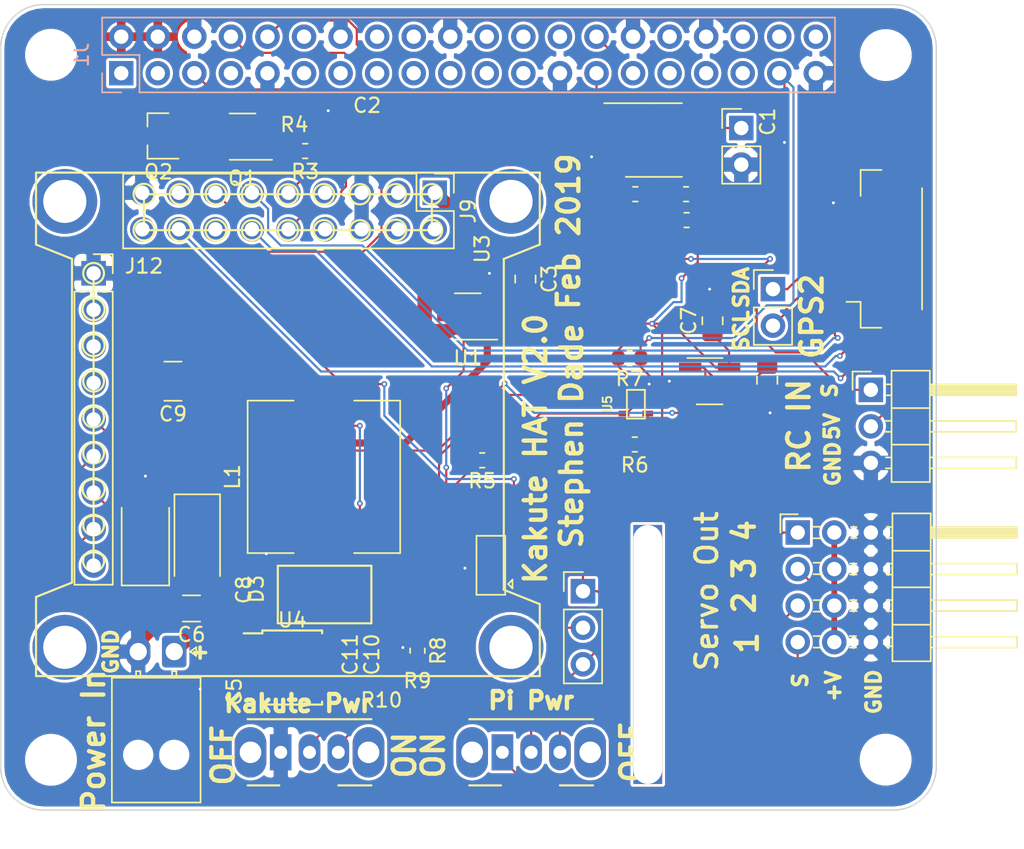
<source format=kicad_pcb>
(kicad_pcb (version 20171130) (host pcbnew "(5.1.2)-1")
  (layers (0 F.Cu signal) (31 B.Cu signal) (34 B.Paste user) (35 F.Paste user) (36 B.SilkS user) (37 F.SilkS user) (38 B.Mask user) (39 F.Mask user) (44 Edge.Cuts user))
  (net 0 "")
  (net 1 GND)
  (net 2 /ID_SD_EEPROM)
  (net 3 /ID_SC_EEPROM)
  (net 4 "Net-(Q1-Pad1)")
  (net 5 /P5V_HAT)
  (net 6 /P5V)
  (net 7 /VIN_RAW)
  (net 8 VCC)
  (net 9 /PI_OFF)
  (net 10 /TELE_TO_FC)
  (net 11 /TELE_TO_PI)
  (net 12 /PWR_OFF)
  (net 13 /FC_5V)
  (net 14 /RC_IN)
  (net 15 /FC_GPS_TX)
  (net 16 /FC_GPS_RX)
  (net 17 /FC_M4)
  (net 18 /FC_M3)
  (net 19 /FC_M2)
  (net 20 /FC_M1)
  (net 21 /P_ENABLE)
  (net 22 /MOUT_V)
  (net 23 "Net-(C5-Pad1)")
  (net 24 "Net-(C11-Pad1)")
  (net 25 "Net-(C8-Pad2)")
  (net 26 "Net-(C8-Pad1)")
  (net 27 "Net-(C10-Pad1)")
  (net 28 "Net-(J3-Pad2)")
  (net 29 "Net-(J3-Pad1)")
  (net 30 "Net-(J9-Pad1)")
  (net 31 "Net-(Q1-Pad4)")
  (net 32 "Net-(R5-Pad2)")
  (net 33 "Net-(R8-Pad2)")
  (net 34 "Net-(U4-Pad9)")
  (net 35 "Net-(SW1-Pad2)")
  (net 36 "Net-(J2-Pad1)")
  (net 37 /VIN_POST)
  (net 38 "Net-(J10-Pad2)")
  (net 39 "Net-(J10-Pad1)")
  (net 40 "Net-(JP1-Pad1)")
  (module Kakute:PinHeader_4x03_P2.54mm_Horizontal (layer F.Cu) (at 133.92 97.52)
    (fp_text reference J4 hide)
    (fp_text value Mout hide)
    (pad 12 thru_hole circle (at 5.08 7.62) (size 1.7 1.7) (drill 1) (layers *.Cu *.Mask) (net 1 GND))
    (pad 11 thru_hole circle (at 2.54 7.62) (size 1.7 1.7) (drill 1) (layers *.Cu *.Mask) (net 22 /MOUT_V))
    (pad 10 thru_hole circle (at 0 7.62) (size 1.7 1.7) (drill 1) (layers *.Cu *.Mask) (net 20 /FC_M1))
    (pad 9 thru_hole circle (at 5.08 5.08) (size 1.7 1.7) (drill 1) (layers *.Cu *.Mask) (net 1 GND))
    (pad 8 thru_hole circle (at 2.54 5.08) (size 1.7 1.7) (drill 1) (layers *.Cu *.Mask) (net 22 /MOUT_V))
    (pad 7 thru_hole circle (at 0 5.08) (size 1.7 1.7) (drill 1) (layers *.Cu *.Mask) (net 19 /FC_M2))
    (pad 6 thru_hole circle (at 5.08 2.54) (size 1.7 1.7) (drill 1) (layers *.Cu *.Mask) (net 1 GND))
    (pad 5 thru_hole circle (at 2.54 2.54) (size 1.7 1.7) (drill 1) (layers *.Cu *.Mask) (net 22 /MOUT_V))
    (pad 4 thru_hole circle (at 0 2.54) (size 1.7 1.7) (drill 1) (layers *.Cu *.Mask) (net 18 /FC_M3))
    (pad 3 thru_hole circle (at 5.08 0) (size 1.7 1.7) (drill 1) (layers *.Cu *.Mask) (net 1 GND))
    (pad 2 thru_hole circle (at 2.54 0) (size 1.7 1.7) (drill 1) (layers *.Cu *.Mask) (net 22 /MOUT_V))
    (pad 1 thru_hole rect (at 0 0) (size 1.7 1.7) (drill 1) (layers *.Cu *.Mask) (net 17 /FC_M4))
  )
  (module Package_TO_SOT_SMD:SOT-23-5_HandSoldering (layer F.Cu) (at 127.8 87)
    (fp_text reference U2 hide)
    (fp_text value TPS709 hide)
    (pad 5 smd rect (at 1.35 -0.95) (size 1.56 0.65) (layers F.Cu F.Paste F.Mask) (net 8 VCC))
    (pad 4 smd rect (at 1.35 0.95) (size 1.56 0.65) (layers F.Cu F.Paste F.Mask))
    (pad 3 smd rect (at -1.35 0.95) (size 1.56 0.65) (layers F.Cu F.Paste F.Mask))
    (pad 2 smd rect (at -1.35 0) (size 1.56 0.65) (layers F.Cu F.Paste F.Mask) (net 1 GND))
    (pad 1 smd rect (at -1.35 -0.95) (size 1.56 0.65) (layers F.Cu F.Paste F.Mask) (net 37 /VIN_POST))
  )
  (module Jumper:SolderJumper-3_P1.3mm_Bridged2Bar12_Pad1.0x1.5mm (layer F.Cu) (at 112.6 99.8 90)
    (fp_text reference JP1 hide)
    (fp_text value SolderJumper_3_Bridged12)
    (fp_poly (pts (xy -0.9 0.2) (xy -0.4 0.2) (xy -0.4 0.6) (xy -0.9 0.6)) (layer F.Cu) (width 0))
    (fp_poly (pts (xy -0.9 -0.6) (xy -0.4 -0.6) (xy -0.4 -0.2) (xy -0.9 -0.2)) (layer F.Cu) (width 0))
    (pad 2 smd rect (at 0 0 90) (size 1 1.5) (layers F.Cu F.Mask) (net 1 GND))
    (pad 3 smd rect (at 1.3 0 90) (size 1 1.5) (layers F.Cu F.Mask) (net 38 "Net-(J10-Pad2)"))
    (pad 1 smd rect (at -1.3 0 90) (size 1 1.5) (layers F.Cu F.Mask) (net 40 "Net-(JP1-Pad1)"))
  )
  (module Connector_PinHeader_2.54mm:PinHeader_1x03_P2.54mm_Vertical (layer F.Cu) (at 119 101.6)
    (fp_text reference J10 hide)
    (fp_text value Ext_Switch hide)
    (pad 3 thru_hole oval (at 0 5.08) (size 1.7 1.7) (drill 1) (layers *.Cu *.Mask) (net 9 /PI_OFF))
    (pad 2 thru_hole oval (at 0 2.54) (size 1.7 1.7) (drill 1) (layers *.Cu *.Mask) (net 38 "Net-(J10-Pad2)"))
    (pad 1 thru_hole rect (at 0 0) (size 1.7 1.7) (drill 1) (layers *.Cu *.Mask) (net 39 "Net-(J10-Pad1)"))
  )
  (module Connector_Molex:Molex_Nano-Fit_105313-xx02_1x02_P2.50mm_Horizontal (layer F.Cu) (at 90.6 105.8 270)
    (fp_text reference J8 hide)
    (fp_text value Power_Pad hide)
    (pad "" np_thru_hole circle (at 7.18 2.5 270) (size 1.7 1.7) (drill 1.7) (layers *.Cu *.Mask))
    (pad "" np_thru_hole circle (at 7.18 0 270) (size 1.7 1.7) (drill 1.7) (layers *.Cu *.Mask))
    (pad 2 thru_hole oval (at 0 2.5 270) (size 2.2 1.7) (drill 1.2) (layers *.Cu *.Mask) (net 1 GND))
    (pad 1 thru_hole roundrect (at 0 0 270) (size 2.2 1.7) (drill 1.2) (layers *.Cu *.Mask) (roundrect_rratio 0.147059) (net 7 /VIN_RAW))
  )
  (module Diode_SMD:D_2010_5025Metric (layer F.Cu) (at 92.2 98.05 270)
    (fp_text reference D2 hide)
    (fp_text value D_Schottky hide)
    (pad 2 smd roundrect (at 2.25 0 270) (size 1.35 2.65) (layers F.Cu F.Paste F.Mask) (roundrect_rratio 0.185185) (net 7 /VIN_RAW))
    (pad 1 smd roundrect (at -2.25 0 270) (size 1.35 2.65) (layers F.Cu F.Paste F.Mask) (roundrect_rratio 0.185185) (net 37 /VIN_POST))
  )
  (module Diode_SMD:D_SMA (layer F.Cu) (at 88.6 97.8 90)
    (fp_text reference D1 hide)
    (fp_text value 30V hide)
    (pad 2 smd rect (at 2 0 90) (size 2.5 1.8) (layers F.Cu F.Paste F.Mask) (net 1 GND))
    (pad 1 smd rect (at -2 0 90) (size 2.5 1.8) (layers F.Cu F.Paste F.Mask) (net 7 /VIN_RAW))
  )
  (module Package_SO:SOIC-8_3.9x4.9mm_P1.27mm (layer F.Cu) (at 123.925 70.235)
    (fp_text reference U6 hide)
    (fp_text value CAT24C32 hide)
    (pad 8 smd roundrect (at 2.475 -1.905) (size 1.95 0.6) (layers F.Cu F.Paste F.Mask) (net 8 VCC))
    (pad 7 smd roundrect (at 2.475 -0.635) (size 1.95 0.6) (layers F.Cu F.Paste F.Mask) (net 36 "Net-(J2-Pad1)"))
    (pad 6 smd roundrect (at 2.475 0.635) (size 1.95 0.6) (layers F.Cu F.Paste F.Mask) (net 3 /ID_SC_EEPROM))
    (pad 5 smd roundrect (at 2.475 1.905) (size 1.95 0.6) (layers F.Cu F.Paste F.Mask) (net 2 /ID_SD_EEPROM))
    (pad 4 smd roundrect (at -2.475 1.905) (size 1.95 0.6) (layers F.Cu F.Paste F.Mask) (net 1 GND))
    (pad 3 smd roundrect (at -2.475 0.635) (size 1.95 0.6) (layers F.Cu F.Paste F.Mask) (net 1 GND))
    (pad 2 smd roundrect (at -2.475 -0.635) (size 1.95 0.6) (layers F.Cu F.Paste F.Mask) (net 1 GND))
    (pad 1 smd roundrect (at -2.475 -1.905) (size 1.95 0.6) (layers F.Cu F.Paste F.Mask) (net 1 GND))
  )
  (module Resistor_SMD:R_0603_1608Metric (layer F.Cu) (at 126.2 75.8 180)
    (fp_text reference R11 hide)
    (fp_text value 10K hide)
    (pad 2 smd roundrect (at 0.7875 0 180) (size 0.875 0.95) (layers F.Cu F.Paste F.Mask) (net 8 VCC))
    (pad 1 smd roundrect (at -0.7875 0 180) (size 0.875 0.95) (layers F.Cu F.Paste F.Mask) (net 36 "Net-(J2-Pad1)"))
  )
  (module Connector_PinHeader_2.54mm:PinHeader_1x02_P2.54mm_Vertical (layer F.Cu) (at 130 69.4)
    (fp_text reference J2 hide)
    (fp_text value Conn_01x02 hide)
    (pad 2 thru_hole oval (at 0 2.54) (size 1.7 1.7) (drill 1) (layers *.Cu *.Mask) (net 1 GND))
    (pad 1 thru_hole rect (at 0 0) (size 1.7 1.7) (drill 1) (layers *.Cu *.Mask) (net 36 "Net-(J2-Pad1)"))
  )
  (module MountingHole:MountingHole_3.2mm_M3_ISO7380 (layer F.Cu) (at 140.03 113.31)
    (fp_text reference H5 hide)
    (fp_text value 3mm_Mounting_Hole hide)
    (pad 1 np_thru_hole circle (at 0 0) (size 3.2 3.2) (drill 3.2) (layers *.Cu *.Mask))
  )
  (module MountingHole:MountingHole_3.2mm_M3_ISO7380 (layer F.Cu) (at 140.04 64.33)
    (fp_text reference H4 hide)
    (fp_text value 3mm_Mounting_Hole hide)
    (pad 1 np_thru_hole circle (at 0 0) (size 3.2 3.2) (drill 3.2) (layers *.Cu *.Mask))
  )
  (module MountingHole:MountingHole_3.2mm_M3_ISO7380 (layer F.Cu) (at 82.04 113.32)
    (fp_text reference H3 hide)
    (fp_text value 3mm_Mounting_Hole hide)
    (pad 1 np_thru_hole circle (at 0 0) (size 3.2 3.2) (drill 3.2) (layers *.Cu *.Mask))
  )
  (module MountingHole:MountingHole_3.2mm_M3_ISO7380 (layer F.Cu) (at 82.04 64.31)
    (fp_text reference H2 hide)
    (fp_text value 3mm_Mounting_Hole hide)
    (pad 1 np_thru_hole circle (at 0 0) (size 3.2 3.2) (drill 3.2) (layers *.Cu *.Mask))
  )
  (module Button_Switch_THT:SW_CuK_OS102011MA1QN1_SPDT_Angled (layer F.Cu) (at 113.4 112.8)
    (fp_text reference SW2 hide)
    (fp_text value "Pi Power Switch" hide)
    (pad "" thru_hole oval (at 6.1 0) (size 2.2 3.5) (drill 1.5) (layers *.Cu *.Mask))
    (pad "" thru_hole oval (at -2.1 0) (size 2.2 3.5) (drill 1.5) (layers *.Cu *.Mask))
    (pad 3 thru_hole oval (at 4 0) (size 1.5 2.5) (drill 0.9) (layers *.Cu *.Mask) (net 9 /PI_OFF))
    (pad 2 thru_hole oval (at 2 0) (size 1.5 2.5) (drill 0.9) (layers *.Cu *.Mask) (net 40 "Net-(JP1-Pad1)"))
    (pad 1 thru_hole rect (at 0 0) (size 1.5 2.5) (drill 0.9) (layers *.Cu *.Mask) (net 39 "Net-(J10-Pad1)"))
  )
  (module Button_Switch_THT:SW_CuK_OS102011MA1QN1_SPDT_Angled (layer F.Cu) (at 98 112.8)
    (fp_text reference SW1 hide)
    (fp_text value "Kakute Power Switch" hide)
    (pad "" thru_hole oval (at 6.1 0) (size 2.2 3.5) (drill 1.5) (layers *.Cu *.Mask))
    (pad "" thru_hole oval (at -2.1 0) (size 2.2 3.5) (drill 1.5) (layers *.Cu *.Mask))
    (pad 3 thru_hole oval (at 4 0) (size 1.5 2.5) (drill 0.9) (layers *.Cu *.Mask) (net 32 "Net-(R5-Pad2)"))
    (pad 2 thru_hole oval (at 2 0) (size 1.5 2.5) (drill 0.9) (layers *.Cu *.Mask) (net 35 "Net-(SW1-Pad2)"))
    (pad 1 thru_hole rect (at 0 0) (size 1.5 2.5) (drill 0.9) (layers *.Cu *.Mask) (net 1 GND))
  )
  (module Resistor_SMD:R_0402_1005Metric (layer F.Cu) (at 107.5 109)
    (fp_text reference R9 (at 0 -1.17) (layer F.SilkS))
    (fp_text value 10.2K)
    (pad 2 smd roundrect (at 0.485 0) (size 0.59 0.64) (layers F.Cu F.Paste F.Mask) (net 6 /P5V))
    (pad 1 smd roundrect (at -0.485 0) (size 0.59 0.64) (layers F.Cu F.Paste F.Mask) (net 33 "Net-(R8-Pad2)"))
  )
  (module Resistor_SMD:R_0603_1608Metric (layer F.Cu) (at 107.5 105.738 270)
    (fp_text reference R8 (at 0 -1.43 90) (layer F.SilkS))
    (fp_text value 1.96K)
    (pad 2 smd roundrect (at 0.7875 0 270) (size 0.875 0.95) (layers F.Cu F.Paste F.Mask) (net 33 "Net-(R8-Pad2)"))
    (pad 1 smd roundrect (at -0.7875 0 270) (size 0.875 0.95) (layers F.Cu F.Paste F.Mask) (net 1 GND))
  )
  (module Resistor_SMD:R_0603_1608Metric (layer F.Cu) (at 122.238 85.4 180)
    (fp_text reference R7 (at 0 -1.43) (layer F.SilkS))
    (fp_text value 3.9K)
    (pad 2 smd roundrect (at 0.7875 0 180) (size 0.875 0.95) (layers F.Cu F.Paste F.Mask) (net 8 VCC))
    (pad 1 smd roundrect (at -0.7875 0 180) (size 0.875 0.95) (layers F.Cu F.Paste F.Mask) (net 12 /PWR_OFF))
  )
  (module Resistor_SMD:R_0603_1608Metric (layer F.Cu) (at 122.6 91.4 180)
    (fp_text reference R6 (at 0 -1.43) (layer F.SilkS))
    (fp_text value 3.9K)
    (pad 2 smd roundrect (at 0.7875 0 180) (size 0.875 0.95) (layers F.Cu F.Paste F.Mask) (net 39 "Net-(J10-Pad1)"))
    (pad 1 smd roundrect (at -0.7875 0 180) (size 0.875 0.95) (layers F.Cu F.Paste F.Mask) (net 8 VCC))
  )
  (module Resistor_SMD:R_0603_1608Metric (layer F.Cu) (at 112 92.5 180)
    (fp_text reference R5 (at 0 -1.43) (layer F.SilkS))
    (fp_text value 10K)
    (pad 2 smd roundrect (at 0.7875 0 180) (size 0.875 0.95) (layers F.Cu F.Paste F.Mask) (net 32 "Net-(R5-Pad2)"))
    (pad 1 smd roundrect (at -0.7875 0 180) (size 0.875 0.95) (layers F.Cu F.Paste F.Mask) (net 8 VCC))
  )
  (module Resistor_SMD:R_0402_1005Metric (layer F.Cu) (at 98.9445 68 180)
    (fp_text reference R4 (at 0 -1.17) (layer F.SilkS))
    (fp_text value 47K)
    (pad 2 smd roundrect (at 0.485 0 180) (size 0.59 0.64) (layers F.Cu F.Paste F.Mask) (net 31 "Net-(Q1-Pad4)"))
    (pad 1 smd roundrect (at -0.485 0 180) (size 0.59 0.64) (layers F.Cu F.Paste F.Mask) (net 1 GND))
  )
  (module Resistor_SMD:R_0603_1608Metric (layer F.Cu) (at 99.7 71 180)
    (fp_text reference R3 (at 0 -1.43) (layer F.SilkS))
    (fp_text value 10K)
    (pad 2 smd roundrect (at 0.7875 0 180) (size 0.875 0.95) (layers F.Cu F.Paste F.Mask) (net 4 "Net-(Q1-Pad1)"))
    (pad 1 smd roundrect (at -0.7875 0 180) (size 0.875 0.95) (layers F.Cu F.Paste F.Mask) (net 1 GND))
  )
  (module Resistor_SMD:R_0603_1608Metric (layer F.Cu) (at 126.162 74 180)
    (fp_text reference R2 hide)
    (fp_text value 3.9K hide)
    (pad 2 smd roundrect (at 0.7875 0 180) (size 0.875 0.95) (layers F.Cu F.Paste F.Mask) (net 8 VCC))
    (pad 1 smd roundrect (at -0.7875 0 180) (size 0.875 0.95) (layers F.Cu F.Paste F.Mask) (net 3 /ID_SC_EEPROM))
  )
  (module Resistor_SMD:R_0603_1608Metric (layer F.Cu) (at 122.638 74)
    (fp_text reference R1 hide)
    (fp_text value 3.9K hide)
    (pad 2 smd roundrect (at 0.7875 0) (size 0.875 0.95) (layers F.Cu F.Paste F.Mask) (net 8 VCC))
    (pad 1 smd roundrect (at -0.7875 0) (size 0.875 0.95) (layers F.Cu F.Paste F.Mask) (net 2 /ID_SD_EEPROM))
  )
  (module Connector_PinHeader_2.54mm:PinHeader_1x02_P2.54mm_Vertical (layer F.Cu) (at 132.2 80.6)
    (fp_text reference J3 hide)
    (fp_text value I2C hide)
    (pad 2 thru_hole oval (at 0 2.54) (size 1.7 1.7) (drill 1) (layers *.Cu *.Mask) (net 28 "Net-(J3-Pad2)"))
    (pad 1 thru_hole rect (at 0 0) (size 1.7 1.7) (drill 1) (layers *.Cu *.Mask) (net 29 "Net-(J3-Pad1)"))
  )
  (module Capacitor_SMD:C_0402_1005Metric (layer F.Cu) (at 104 106 90)
    (fp_text reference C11 (at 0 -1.17 90) (layer F.SilkS))
    (fp_text value "30pF, 25V")
    (pad 2 smd roundrect (at 0.485 0 90) (size 0.59 0.64) (layers F.Cu F.Paste F.Mask) (net 1 GND))
    (pad 1 smd roundrect (at -0.485 0 90) (size 0.59 0.64) (layers F.Cu F.Paste F.Mask) (net 24 "Net-(C11-Pad1)"))
  )
  (module Capacitor_SMD:C_0402_1005Metric (layer F.Cu) (at 105.5 106 90)
    (fp_text reference C10 (at 0 -1.17 90) (layer F.SilkS))
    (fp_text value "1.5nF, 50V")
    (pad 2 smd roundrect (at 0.485 0 90) (size 0.59 0.64) (layers F.Cu F.Paste F.Mask) (net 1 GND))
    (pad 1 smd roundrect (at -0.485 0 90) (size 0.59 0.64) (layers F.Cu F.Paste F.Mask) (net 27 "Net-(C10-Pad1)"))
  )
  (module Capacitor_SMD:C_1210_3225Metric (layer F.Cu) (at 90.5125 87 180)
    (fp_text reference C9 (at 0 -2.28) (layer F.SilkS))
    (fp_text value 100uF)
    (pad 2 smd roundrect (at 1.4 0 180) (size 1.25 2.65) (layers F.Cu F.Paste F.Mask) (roundrect_rratio 0.2) (net 1 GND))
    (pad 1 smd roundrect (at -1.4 0 180) (size 1.25 2.65) (layers F.Cu F.Paste F.Mask) (roundrect_rratio 0.2) (net 6 /P5V))
  )
  (module Capacitor_SMD:C_0402_1005Metric (layer F.Cu) (at 96.6 101.515 90)
    (fp_text reference C8 (at 0 -1.17 90) (layer F.SilkS))
    (fp_text value 0.1uF)
    (pad 2 smd roundrect (at 0.485 0 90) (size 0.59 0.64) (layers F.Cu F.Paste F.Mask) (net 25 "Net-(C8-Pad2)"))
    (pad 1 smd roundrect (at -0.485 0 90) (size 0.59 0.64) (layers F.Cu F.Paste F.Mask) (net 26 "Net-(C8-Pad1)"))
  )
  (module Capacitor_SMD:C_0805_2012Metric (layer F.Cu) (at 128 82.8 90)
    (fp_text reference C7 (at 0 -1.65 90) (layer F.SilkS))
    (fp_text value 2.2UF-25V)
    (pad 2 smd roundrect (at 0.9375 0 90) (size 0.975 1.4) (layers F.Cu F.Paste F.Mask) (net 1 GND))
    (pad 1 smd roundrect (at -0.9375 0 90) (size 0.975 1.4) (layers F.Cu F.Paste F.Mask) (net 8 VCC))
  )
  (module Capacitor_SMD:C_1206_3216Metric (layer F.Cu) (at 91.8 102.8 180)
    (fp_text reference C6 (at 0 -1.82) (layer F.SilkS))
    (fp_text value "10uF, 1mOhm, 50V, 5A IRMS, X7R")
    (pad 2 smd roundrect (at 1.4 0 180) (size 1.25 1.75) (layers F.Cu F.Paste F.Mask) (roundrect_rratio 0.2) (net 1 GND))
    (pad 1 smd roundrect (at -1.4 0 180) (size 1.25 1.75) (layers F.Cu F.Paste F.Mask) (roundrect_rratio 0.2) (net 37 /VIN_POST))
  )
  (module Capacitor_SMD:C_0402_1005Metric (layer F.Cu) (at 93.6 108.6 270)
    (fp_text reference C5 (at 0 -1.17 90) (layer F.SilkS))
    (fp_text value 8.2nF)
    (pad 2 smd roundrect (at 0.485 0 270) (size 0.59 0.64) (layers F.Cu F.Paste F.Mask) (net 1 GND))
    (pad 1 smd roundrect (at -0.485 0 270) (size 0.59 0.64) (layers F.Cu F.Paste F.Mask) (net 23 "Net-(C5-Pad1)"))
  )
  (module Capacitor_SMD:C_0805_2012Metric (layer F.Cu) (at 131.8 86.9375 270)
    (fp_text reference C4 hide)
    (fp_text value 1.0UF-50V)
    (pad 2 smd roundrect (at 0.9375 0 270) (size 0.975 1.4) (layers F.Cu F.Paste F.Mask) (net 1 GND))
    (pad 1 smd roundrect (at -0.9375 0 270) (size 0.975 1.4) (layers F.Cu F.Paste F.Mask) (net 37 /VIN_POST))
  )
  (module Capacitor_SMD:C_0805_2012Metric (layer F.Cu) (at 115 79.89916 270)
    (fp_text reference C3 (at 0 -1.65 90) (layer F.SilkS))
    (fp_text value 1.0UF-50V)
    (pad 2 smd roundrect (at 0.9375 0 270) (size 0.975 1.4) (layers F.Cu F.Paste F.Mask) (net 7 /VIN_RAW))
    (pad 1 smd roundrect (at -0.9375 0 270) (size 0.975 1.4) (layers F.Cu F.Paste F.Mask) (net 1 GND))
  )
  (module Capacitor_SMD:C_0402_1005Metric (layer F.Cu) (at 104 69)
    (fp_text reference C2 (at 0 -1.17) (layer F.SilkS))
    (fp_text value 0.1uF)
    (pad 2 smd roundrect (at 0.485 0) (size 0.59 0.64) (layers F.Cu F.Paste F.Mask) (net 9 /PI_OFF))
    (pad 1 smd roundrect (at -0.485 0) (size 0.59 0.64) (layers F.Cu F.Paste F.Mask) (net 1 GND))
  )
  (module Capacitor_SMD:C_0402_1005Metric (layer F.Cu) (at 133 68.96228 90)
    (fp_text reference C1 (at 0 -1.17 90) (layer F.SilkS))
    (fp_text value 0.1uF)
    (pad 2 smd roundrect (at 0.485 0 90) (size 0.59 0.64) (layers F.Cu F.Paste F.Mask) (net 12 /PWR_OFF))
    (pad 1 smd roundrect (at -0.485 0 90) (size 0.59 0.64) (layers F.Cu F.Paste F.Mask) (net 1 GND))
  )
  (module Connector_PinSocket_2.54mm:PinSocket_2x20_P2.54mm_Vertical (layer B.Cu) (at 86.92 65.59 270)
    (fp_text reference J1 (at -1.27 2.77 270) (layer B.SilkS) (effects (justify mirror)))
    (fp_text value 40HAT)
    (pad 40 thru_hole oval (at -2.54 -48.26 270) (size 1.7 1.7) (drill 1) (layers *.Cu *.Mask))
    (pad 39 thru_hole oval (at 0 -48.26 270) (size 1.7 1.7) (drill 1) (layers *.Cu *.Mask) (net 1 GND))
    (pad 38 thru_hole oval (at -2.54 -45.72 270) (size 1.7 1.7) (drill 1) (layers *.Cu *.Mask))
    (pad 37 thru_hole oval (at 0 -45.72 270) (size 1.7 1.7) (drill 1) (layers *.Cu *.Mask) (net 12 /PWR_OFF))
    (pad 36 thru_hole oval (at -2.54 -43.18 270) (size 1.7 1.7) (drill 1) (layers *.Cu *.Mask))
    (pad 35 thru_hole oval (at 0 -43.18 270) (size 1.7 1.7) (drill 1) (layers *.Cu *.Mask))
    (pad 34 thru_hole oval (at -2.54 -40.64 270) (size 1.7 1.7) (drill 1) (layers *.Cu *.Mask) (net 1 GND))
    (pad 33 thru_hole oval (at 0 -40.64 270) (size 1.7 1.7) (drill 1) (layers *.Cu *.Mask))
    (pad 32 thru_hole oval (at -2.54 -38.1 270) (size 1.7 1.7) (drill 1) (layers *.Cu *.Mask))
    (pad 31 thru_hole oval (at 0 -38.1 270) (size 1.7 1.7) (drill 1) (layers *.Cu *.Mask))
    (pad 30 thru_hole oval (at -2.54 -35.56 270) (size 1.7 1.7) (drill 1) (layers *.Cu *.Mask) (net 1 GND))
    (pad 29 thru_hole oval (at 0 -35.56 270) (size 1.7 1.7) (drill 1) (layers *.Cu *.Mask))
    (pad 28 thru_hole oval (at -2.54 -33.02 270) (size 1.7 1.7) (drill 1) (layers *.Cu *.Mask) (net 3 /ID_SC_EEPROM))
    (pad 27 thru_hole oval (at 0 -33.02 270) (size 1.7 1.7) (drill 1) (layers *.Cu *.Mask) (net 2 /ID_SD_EEPROM))
    (pad 26 thru_hole oval (at -2.54 -30.48 270) (size 1.7 1.7) (drill 1) (layers *.Cu *.Mask))
    (pad 25 thru_hole oval (at 0 -30.48 270) (size 1.7 1.7) (drill 1) (layers *.Cu *.Mask) (net 1 GND))
    (pad 24 thru_hole oval (at -2.54 -27.94 270) (size 1.7 1.7) (drill 1) (layers *.Cu *.Mask))
    (pad 23 thru_hole oval (at 0 -27.94 270) (size 1.7 1.7) (drill 1) (layers *.Cu *.Mask))
    (pad 22 thru_hole oval (at -2.54 -25.4 270) (size 1.7 1.7) (drill 1) (layers *.Cu *.Mask))
    (pad 21 thru_hole oval (at 0 -25.4 270) (size 1.7 1.7) (drill 1) (layers *.Cu *.Mask))
    (pad 20 thru_hole oval (at -2.54 -22.86 270) (size 1.7 1.7) (drill 1) (layers *.Cu *.Mask) (net 1 GND))
    (pad 19 thru_hole oval (at 0 -22.86 270) (size 1.7 1.7) (drill 1) (layers *.Cu *.Mask))
    (pad 18 thru_hole oval (at -2.54 -20.32 270) (size 1.7 1.7) (drill 1) (layers *.Cu *.Mask))
    (pad 17 thru_hole oval (at 0 -20.32 270) (size 1.7 1.7) (drill 1) (layers *.Cu *.Mask))
    (pad 16 thru_hole oval (at -2.54 -17.78 270) (size 1.7 1.7) (drill 1) (layers *.Cu *.Mask))
    (pad 15 thru_hole oval (at 0 -17.78 270) (size 1.7 1.7) (drill 1) (layers *.Cu *.Mask))
    (pad 14 thru_hole oval (at -2.54 -15.24 270) (size 1.7 1.7) (drill 1) (layers *.Cu *.Mask) (net 1 GND))
    (pad 13 thru_hole oval (at 0 -15.24 270) (size 1.7 1.7) (drill 1) (layers *.Cu *.Mask))
    (pad 12 thru_hole oval (at -2.54 -12.7 270) (size 1.7 1.7) (drill 1) (layers *.Cu *.Mask))
    (pad 11 thru_hole oval (at 0 -12.7 270) (size 1.7 1.7) (drill 1) (layers *.Cu *.Mask))
    (pad 10 thru_hole oval (at -2.54 -10.16 270) (size 1.7 1.7) (drill 1) (layers *.Cu *.Mask) (net 11 /TELE_TO_PI))
    (pad 9 thru_hole oval (at 0 -10.16 270) (size 1.7 1.7) (drill 1) (layers *.Cu *.Mask) (net 1 GND))
    (pad 8 thru_hole oval (at -2.54 -7.62 270) (size 1.7 1.7) (drill 1) (layers *.Cu *.Mask) (net 10 /TELE_TO_FC))
    (pad 7 thru_hole oval (at 0 -7.62 270) (size 1.7 1.7) (drill 1) (layers *.Cu *.Mask))
    (pad 6 thru_hole oval (at -2.54 -5.08 270) (size 1.7 1.7) (drill 1) (layers *.Cu *.Mask) (net 1 GND))
    (pad 5 thru_hole oval (at 0 -5.08 270) (size 1.7 1.7) (drill 1) (layers *.Cu *.Mask) (net 9 /PI_OFF))
    (pad 4 thru_hole oval (at -2.54 -2.54 270) (size 1.7 1.7) (drill 1) (layers *.Cu *.Mask) (net 5 /P5V_HAT))
    (pad 3 thru_hole oval (at 0 -2.54 270) (size 1.7 1.7) (drill 1) (layers *.Cu *.Mask))
    (pad 2 thru_hole oval (at -2.54 0 270) (size 1.7 1.7) (drill 1) (layers *.Cu *.Mask) (net 5 /P5V_HAT))
    (pad 1 thru_hole rect (at 0 0 270) (size 1.7 1.7) (drill 1) (layers *.Cu *.Mask))
  )
  (module Package_TO_SOT_SMD:SOT-23 (layer F.Cu) (at 89.5 69.95 180)
    (fp_text reference Q2 (at 0 -2.5 180) (layer F.SilkS))
    (fp_text value DMG2305UX)
    (pad 3 smd rect (at 1 0 180) (size 0.9 0.8) (layers F.Cu F.Paste F.Mask) (net 6 /P5V))
    (pad 2 smd rect (at -1 0.95 180) (size 0.9 0.8) (layers F.Cu F.Paste F.Mask) (net 5 /P5V_HAT))
    (pad 1 smd rect (at -1 -0.95 180) (size 0.9 0.8) (layers F.Cu F.Paste F.Mask) (net 31 "Net-(Q1-Pad4)"))
  )
  (module Connector_JST:JST_GH_SM06B-GHS-TB_1x06-1MP_P1.25mm_Horizontal (layer F.Cu) (at 140 77.8 90)
    (fp_text reference J7 hide)
    (fp_text value GPS2)
    (pad 1 smd roundrect (at -3.125 -1.85 90) (size 0.6 1.7) (layers F.Cu F.Paste F.Mask) (net 13 /FC_5V))
    (pad 2 smd roundrect (at -1.875 -1.85 90) (size 0.6 1.7) (layers F.Cu F.Paste F.Mask) (net 15 /FC_GPS_TX))
    (pad 3 smd roundrect (at -0.625 -1.85 90) (size 0.6 1.7) (layers F.Cu F.Paste F.Mask) (net 16 /FC_GPS_RX))
    (pad 4 smd roundrect (at 0.625 -1.85 90) (size 0.6 1.7) (layers F.Cu F.Paste F.Mask) (net 28 "Net-(J3-Pad2)"))
    (pad 5 smd roundrect (at 1.875 -1.85 90) (size 0.6 1.7) (layers F.Cu F.Paste F.Mask) (net 29 "Net-(J3-Pad1)"))
    (pad 6 smd roundrect (at 3.125 -1.85 90) (size 0.6 1.7) (layers F.Cu F.Paste F.Mask) (net 1 GND))
    (pad MP smd roundrect (at -4.975 1.35 90) (size 1 2.7) (layers F.Cu F.Paste F.Mask))
    (pad MP smd roundrect (at 4.975 1.35 90) (size 1 2.7) (layers F.Cu F.Paste F.Mask))
  )
  (module Silicon-Standard:SC70 (layer F.Cu) (at 122.67704 88.6 90)
    (fp_text reference U5 (at 0 -1.97704 -90) (layer F.SilkS) (effects (font (size 0.6096 0.6096) (thickness 0.127))))
    (fp_text value NC7SZ00P5X hide)
    (pad 5 smd rect (at -0.6477 -0.82296 90) (size 0.39878 0.7493) (layers F.Cu F.Paste F.Mask) (net 8 VCC))
    (pad 4 smd rect (at 0.6477 -0.82296 90) (size 0.39878 0.7493) (layers F.Cu F.Paste F.Mask) (net 21 /P_ENABLE))
    (pad 3 smd rect (at 0.6477 0.82296 90) (size 0.39878 0.7493) (layers F.Cu F.Paste F.Mask) (net 1 GND))
    (pad 2 smd rect (at 0 0.82296 90) (size 0.39878 0.7493) (layers F.Cu F.Paste F.Mask) (net 12 /PWR_OFF))
    (pad 1 smd rect (at -0.6477 0.82296 90) (size 0.39878 0.7493) (layers F.Cu F.Paste F.Mask) (net 39 "Net-(J10-Pad1)"))
  )
  (module Package_TO_SOT_SMD:SOT-23-6_Handsoldering (layer F.Cu) (at 95.35 70 180)
    (fp_text reference Q1 (at 0 -2.9 180) (layer F.SilkS))
    (fp_text value DMMT5401)
    (pad 5 smd rect (at 1.35 0 180) (size 1.56 0.65) (layers F.Cu F.Paste F.Mask) (net 5 /P5V_HAT))
    (pad 6 smd rect (at 1.35 -0.95 180) (size 1.56 0.65) (layers F.Cu F.Paste F.Mask) (net 6 /P5V))
    (pad 4 smd rect (at 1.35 0.95 180) (size 1.56 0.65) (layers F.Cu F.Paste F.Mask) (net 31 "Net-(Q1-Pad4)"))
    (pad 3 smd rect (at -1.35 0.95 180) (size 1.56 0.65) (layers F.Cu F.Paste F.Mask) (net 4 "Net-(Q1-Pad1)"))
    (pad 2 smd rect (at -1.35 0 180) (size 1.56 0.65) (layers F.Cu F.Paste F.Mask) (net 4 "Net-(Q1-Pad1)"))
    (pad 1 smd rect (at -1.35 -0.95 180) (size 1.56 0.65) (layers F.Cu F.Paste F.Mask) (net 4 "Net-(Q1-Pad1)"))
  )
  (module Connector_PinSocket_2.54mm:PinSocket_1x09_P2.54mm_Vertical (layer F.Cu) (at 85 79.5)
    (fp_text reference J12 (at 3.5 -0.5) (layer F.SilkS))
    (fp_text value FC_Socket)
    (pad 9 thru_hole oval (at 0 20.32) (size 1.7 1.7) (drill 1) (layers *.Cu *.Mask))
    (pad 8 thru_hole oval (at 0 17.78) (size 1.7 1.7) (drill 1) (layers *.Cu *.Mask) (net 20 /FC_M1))
    (pad 7 thru_hole oval (at 0 15.24) (size 1.7 1.7) (drill 1) (layers *.Cu *.Mask) (net 19 /FC_M2))
    (pad 6 thru_hole oval (at 0 12.7) (size 1.7 1.7) (drill 1) (layers *.Cu *.Mask) (net 18 /FC_M3))
    (pad 5 thru_hole oval (at 0 10.16) (size 1.7 1.7) (drill 1) (layers *.Cu *.Mask) (net 17 /FC_M4))
    (pad 4 thru_hole oval (at 0 7.62) (size 1.7 1.7) (drill 1) (layers *.Cu *.Mask))
    (pad 3 thru_hole oval (at 0 5.08) (size 1.7 1.7) (drill 1) (layers *.Cu *.Mask))
    (pad 2 thru_hole oval (at 0 2.54) (size 1.7 1.7) (drill 1) (layers *.Cu *.Mask))
    (pad 1 thru_hole rect (at 0 0) (size 1.7 1.7) (drill 1) (layers *.Cu *.Mask) (net 1 GND))
  )
  (module "Kakute:Kakute F4 V2_NoPin" (layer F.Cu) (at 116 72.5 270)
    (fp_text reference U3 (at 5.3 4 270) (layer F.SilkS))
    (fp_text value KakuteF4_V2)
    (pad "" np_thru_hole circle (at 2 2 270) (size 4.5 4.5) (drill 3) (layers *.Cu *.Mask))
    (pad "" np_thru_hole circle (at 33 2 270) (size 4.5 4.5) (drill 3) (layers *.Cu *.Mask))
    (pad "" np_thru_hole circle (at 33 33 270) (size 4.5 4.5) (drill 3) (layers *.Cu *.Mask))
    (pad "" np_thru_hole circle (at 2 33 270) (size 4.5 4.5) (drill 3) (layers *.Cu *.Mask))
  )
  (module Connector_PinHeader_2.54mm:PinHeader_2x09_P2.54mm_Vertical (layer F.Cu) (at 108.7 73.9 270)
    (fp_text reference J9 (at 1.27 -2.33 270) (layer F.SilkS))
    (fp_text value FC_Socket2)
    (pad 1 thru_hole rect (at 0 0 270) (size 1.7 1.7) (drill 1) (layers *.Cu *.Mask) (net 30 "Net-(J9-Pad1)"))
    (pad 2 thru_hole oval (at 2.54 0 270) (size 1.7 1.7) (drill 1) (layers *.Cu *.Mask))
    (pad 3 thru_hole oval (at 0 2.54 270) (size 1.7 1.7) (drill 1) (layers *.Cu *.Mask))
    (pad 4 thru_hole oval (at 2.54 2.54 270) (size 1.7 1.7) (drill 1) (layers *.Cu *.Mask))
    (pad 5 thru_hole oval (at 0 5.08 270) (size 1.7 1.7) (drill 1) (layers *.Cu *.Mask) (net 1 GND))
    (pad 6 thru_hole oval (at 2.54 5.08 270) (size 1.7 1.7) (drill 1) (layers *.Cu *.Mask) (net 1 GND))
    (pad 7 thru_hole oval (at 0 7.62 270) (size 1.7 1.7) (drill 1) (layers *.Cu *.Mask))
    (pad 8 thru_hole oval (at 2.54 7.62 270) (size 1.7 1.7) (drill 1) (layers *.Cu *.Mask))
    (pad 9 thru_hole oval (at 0 10.16 270) (size 1.7 1.7) (drill 1) (layers *.Cu *.Mask) (net 10 /TELE_TO_FC))
    (pad 10 thru_hole oval (at 2.54 10.16 270) (size 1.7 1.7) (drill 1) (layers *.Cu *.Mask) (net 11 /TELE_TO_PI))
    (pad 11 thru_hole oval (at 0 12.7 270) (size 1.7 1.7) (drill 1) (layers *.Cu *.Mask) (net 16 /FC_GPS_RX))
    (pad 12 thru_hole oval (at 2.54 12.7 270) (size 1.7 1.7) (drill 1) (layers *.Cu *.Mask) (net 15 /FC_GPS_TX))
    (pad 13 thru_hole oval (at 0 15.24 270) (size 1.7 1.7) (drill 1) (layers *.Cu *.Mask) (net 14 /RC_IN))
    (pad 14 thru_hole oval (at 2.54 15.24 270) (size 1.7 1.7) (drill 1) (layers *.Cu *.Mask))
    (pad 15 thru_hole oval (at 0 17.78 270) (size 1.7 1.7) (drill 1) (layers *.Cu *.Mask))
    (pad 16 thru_hole oval (at 2.54 17.78 270) (size 1.7 1.7) (drill 1) (layers *.Cu *.Mask) (net 13 /FC_5V))
    (pad 17 thru_hole oval (at 0 20.32 270) (size 1.7 1.7) (drill 1) (layers *.Cu *.Mask) (net 1 GND))
    (pad 18 thru_hole oval (at 2.54 20.32 270) (size 1.7 1.7) (drill 1) (layers *.Cu *.Mask))
  )
  (module PowerDI:POWERDI5 (layer F.Cu) (at 100.299 101.831 90)
    (fp_text reference D3 (at 0.381 -4 90) (layer F.SilkS))
    (fp_text value PDS560-13 hide)
    (pad 2 smd rect (at 0.031 -0.299 90) (size 3.36 4.86) (layers F.Cu F.Paste F.Mask) (net 1 GND))
    (pad 1 smd rect (at 0.951 3.683 90) (size 1.39 1.4) (layers F.Cu F.Paste F.Mask) (net 25 "Net-(C8-Pad2)"))
    (pad 1 smd rect (at -0.889 3.683 90) (size 1.39 1.4) (layers F.Cu F.Paste F.Mask) (net 25 "Net-(C8-Pad2)"))
  )
  (module MountingHole:MountingHole_2.2mm_M2_ISO7380 (layer F.Cu) (at 123.5 106)
    (fp_text reference H1 (at 0 -2.75) (layer F.SilkS))
    (fp_text value CameraHole)
    (pad "" np_thru_hole rect (at 0 0) (size 2 18) (drill oval 2 18) (layers *.Cu *.Mask))
  )
  (module Inductor_SMD:L_10.4x10.4_H4.8 (layer F.Cu) (at 101 93.65 90)
    (fp_text reference L1 (at 0 -6.35 90) (layer F.SilkS))
    (fp_text value 10uH)
    (pad 1 smd rect (at -4.15 0 90) (size 2.7 3.6) (layers F.Cu F.Paste F.Mask) (net 25 "Net-(C8-Pad2)"))
    (pad 2 smd rect (at 4.15 0 90) (size 2.7 3.6) (layers F.Cu F.Paste F.Mask) (net 6 /P5V))
  )
  (module Resistor_SMD:R_0402_1005Metric (layer F.Cu) (at 105 108 180)
    (fp_text reference R10 (at 0 -1.17 180) (layer F.SilkS))
    (fp_text value 36.5k)
    (pad 1 smd roundrect (at -0.485 0 180) (size 0.59 0.64) (layers F.Cu F.Paste F.Mask) (net 27 "Net-(C10-Pad1)"))
    (pad 2 smd roundrect (at 0.485 0 180) (size 0.59 0.64) (layers F.Cu F.Paste F.Mask) (net 24 "Net-(C11-Pad1)"))
  )
  (module Package_SO:TI_SO-PowerPAD-8 (layer F.Cu) (at 98.8 106.905)
    (fp_text reference U4 (at 0 -3.3) (layer F.SilkS))
    (fp_text value TPS54331DR)
    (pad 1 smd rect (at -2.78 -1.905) (size 1.91 0.61) (layers F.Cu F.Paste F.Mask) (net 26 "Net-(C8-Pad1)"))
    (pad 2 smd rect (at -2.78 -0.635) (size 1.91 0.61) (layers F.Cu F.Paste F.Mask) (net 37 /VIN_POST))
    (pad 3 smd rect (at -2.78 0.635) (size 1.91 0.61) (layers F.Cu F.Paste F.Mask) (net 21 /P_ENABLE))
    (pad 4 smd rect (at -2.78 1.905) (size 1.91 0.61) (layers F.Cu F.Paste F.Mask) (net 23 "Net-(C5-Pad1)"))
    (pad 5 smd rect (at 2.78 1.905) (size 1.91 0.61) (layers F.Cu F.Paste F.Mask) (net 33 "Net-(R8-Pad2)"))
    (pad 6 smd rect (at 2.78 0.635) (size 1.91 0.61) (layers F.Cu F.Paste F.Mask) (net 24 "Net-(C11-Pad1)"))
    (pad 7 smd rect (at 2.78 -0.635) (size 1.91 0.61) (layers F.Cu F.Paste F.Mask) (net 1 GND))
    (pad 8 smd rect (at 2.78 -1.905) (size 1.91 0.61) (layers F.Cu F.Paste F.Mask) (net 25 "Net-(C8-Pad2)"))
    (pad 9 smd rect (at 0.6025 0.775) (size 1.205 1.55) (layers F.Cu F.Paste F.Mask) (net 34 "Net-(U4-Pad9)"))
    (pad 9 smd rect (at 0.6025 -0.775) (size 1.205 1.55) (layers F.Cu F.Paste F.Mask) (net 34 "Net-(U4-Pad9)"))
    (pad 9 smd rect (at -0.6025 0.775) (size 1.205 1.55) (layers F.Cu F.Paste F.Mask) (net 34 "Net-(U4-Pad9)"))
    (pad 9 smd rect (at -0.6025 -0.775) (size 1.205 1.55) (layers F.Cu F.Paste F.Mask) (net 34 "Net-(U4-Pad9)"))
  )
  (module Package_TO_SOT_SMD:SOT-23-6_Handsoldering (layer F.Cu) (at 111 82.5 180)
    (fp_text reference U1 (at 0 -2.9 180) (layer F.SilkS))
    (fp_text value TPS22810)
    (pad 1 smd rect (at -1.35 -0.95 180) (size 1.56 0.65) (layers F.Cu F.Paste F.Mask) (net 7 /VIN_RAW))
    (pad 2 smd rect (at -1.35 0 180) (size 1.56 0.65) (layers F.Cu F.Paste F.Mask) (net 1 GND))
    (pad 3 smd rect (at -1.35 0.95 180) (size 1.56 0.65) (layers F.Cu F.Paste F.Mask) (net 35 "Net-(SW1-Pad2)"))
    (pad 4 smd rect (at 1.35 0.95 180) (size 1.56 0.65) (layers F.Cu F.Paste F.Mask))
    (pad 6 smd rect (at 1.35 -0.95 180) (size 1.56 0.65) (layers F.Cu F.Paste F.Mask) (net 30 "Net-(J9-Pad1)"))
    (pad 5 smd rect (at 1.35 0 180) (size 1.56 0.65) (layers F.Cu F.Paste F.Mask))
  )
  (module Connector_PinHeader_2.54mm:PinHeader_1x03_P2.54mm_Horizontal (layer F.Cu) (at 139 87.6)
    (fp_text reference J6 hide)
    (fp_text value RC_IN hide)
    (pad 1 thru_hole rect (at 0 0) (size 1.7 1.7) (drill 1) (layers *.Cu *.Mask) (net 14 /RC_IN))
    (pad 2 thru_hole oval (at 0 2.54) (size 1.7 1.7) (drill 1) (layers *.Cu *.Mask) (net 13 /FC_5V))
    (pad 3 thru_hole oval (at 0 5.08) (size 1.7 1.7) (drill 1) (layers *.Cu *.Mask) (net 1 GND))
  )
  (gr_text 5V (at 136.3 90.15 90) (layer F.SilkS) (effects (font (size 1 1) (thickness 0.25))))
  (gr_text S (at 136.05 87.65 270) (layer F.SilkS) (effects (font (size 1 1) (thickness 0.25))))
  (gr_text GND (at 136.35 92.75 90) (layer F.SilkS) (effects (font (size 1 1) (thickness 0.25))))
  (gr_text "Servo Out" (at 127.6 101.6 90) (layer F.SilkS) (effects (font (size 1.5 1.5) (thickness 0.25))))
  (gr_text SCL (at 130 83.5 90) (layer F.SilkS) (effects (font (size 1 1) (thickness 0.25))))
  (gr_text SDA (at 130 80.5 90) (layer F.SilkS) (effects (font (size 1 1) (thickness 0.25))))
  (gr_text 4 (at 130.2 97.4 90) (layer F.SilkS) (effects (font (size 1.5 1.5) (thickness 0.3))))
  (gr_text 3 (at 130.2 100 90) (layer F.SilkS) (effects (font (size 1.5 1.5) (thickness 0.3))))
  (gr_text 2 (at 130.2 102.4 90) (layer F.SilkS) (effects (font (size 1.5 1.5) (thickness 0.3))))
  (gr_text 1 (at 130.4 105.2 90) (layer F.SilkS) (effects (font (size 1.5 1.5) (thickness 0.3))))
  (gr_text GND (at 86.2 105.8 90) (layer F.SilkS) (effects (font (size 1 1) (thickness 0.25))))
  (gr_text + (at 92.4 105.8) (layer F.SilkS) (effects (font (size 1 1) (thickness 0.25))))
  (gr_text "Power In" (at 85 112 90) (layer F.SilkS) (effects (font (size 1.5 1.5) (thickness 0.3))))
  (gr_text ON (at 108.6 113 90) (layer F.SilkS) (effects (font (size 1.5 1.5) (thickness 0.3))))
  (gr_text OFF (at 122.4 112.8 90) (layer F.SilkS) (effects (font (size 1.5 1.5) (thickness 0.3))))
  (gr_text "Pi Pwr" (at 115.4 109.2) (layer F.SilkS) (effects (font (size 1.2 1.2) (thickness 0.3))))
  (gr_text "Kakute Pwr" (at 99.2 109.4) (layer F.SilkS) (effects (font (size 1.2 1.2) (thickness 0.3))))
  (gr_line (start 117.475 116.817611) (end 140.546356 116.817611) (layer Edge.Cuts) (width 0.1))
  (gr_text "Feb 2019" (at 118 76.6 90) (layer F.SilkS) (effects (font (size 1.5 1.5) (thickness 0.3))))
  (gr_text "Stephen Dade" (at 118.2 90.8 90) (layer F.SilkS) (effects (font (size 1.5 1.5) (thickness 0.3))))
  (gr_text "RC IN" (at 134 90.1 90) (layer F.SilkS) (effects (font (size 1.5 1.5) (thickness 0.3))))
  (gr_text GPS2 (at 134.9 82.5 90) (layer F.SilkS) (effects (font (size 1.5 1.5) (thickness 0.3))))
  (gr_text S (at 134 107.8 270) (layer F.SilkS) (effects (font (size 1 1) (thickness 0.25))))
  (gr_text +V (at 136.4 108.2 90) (layer F.SilkS) (effects (font (size 1 1) (thickness 0.25))))
  (gr_text GND (at 139.2 108.6 90) (layer F.SilkS) (effects (font (size 1 1) (thickness 0.25))))
  (gr_text OFF (at 94 113 90) (layer F.SilkS) (effects (font (size 1.5 1.5) (thickness 0.3))))
  (gr_text ON (at 106.6 113 90) (layer F.SilkS) (effects (font (size 1.5 1.5) (thickness 0.3))))
  (gr_text "Kakute HAT V2.0" (at 115.7 91.7 90) (layer F.SilkS) (effects (font (size 1.5 1.5) (thickness 0.3))))
  (gr_line (start 78.546356 63.817611) (end 78.546356 113.817611) (layer Edge.Cuts) (width 0.1))
  (gr_arc (start 81.546356 63.817611) (end 81.546356 60.817611) (angle -90) (layer Edge.Cuts) (width 0.1))
  (gr_line (start 140.546356 60.817611) (end 81.546356 60.817611) (layer Edge.Cuts) (width 0.1))
  (gr_arc (start 140.546356 63.817611) (end 143.546356 63.817611) (angle -90) (layer Edge.Cuts) (width 0.1))
  (gr_line (start 143.546304 113.8) (end 143.546356 63.817611) (layer Edge.Cuts) (width 0.1))
  (gr_arc (start 81.546356 113.817611) (end 78.546356 113.817611) (angle -90) (layer Edge.Cuts) (width 0.1))
  (gr_line (start 81.546356 116.817611) (end 117.475 116.817611) (layer Edge.Cuts) (width 0.1))
  (gr_arc (start 140.546356 113.817611) (end 140.546356 116.817611) (angle -90.33634202) (layer Edge.Cuts) (width 0.1))
  (via (at 123.6 87.2) (size 0.4) (drill 0.2) (layers F.Cu B.Cu) (net 1))
  (segment (start 123.5 87.3) (end 123.6 87.2) (width 0.15) (layer F.Cu) (net 1))
  (segment (start 123.5 87.9523) (end 123.5 87.3) (width 0.15) (layer F.Cu) (net 1))
  (via (at 101.3 68.2) (size 0.4) (drill 0.2) (layers F.Cu B.Cu) (net 1))
  (segment (start 102.1 69) (end 101.3 68.2) (width 0.15) (layer F.Cu) (net 1))
  (segment (start 101.100001 68.000001) (end 101.3 68.2) (width 0.15) (layer F.Cu) (net 1))
  (segment (start 99.389 68) (end 101.100001 68.000001) (width 0.15) (layer F.Cu) (net 1))
  (segment (start 100.462 69.038) (end 101.3 68.2) (width 0.15) (layer F.Cu) (net 1))
  (segment (start 100.462 71) (end 100.462 69.038) (width 0.15) (layer F.Cu) (net 1))
  (segment (start 103.245 106.27) (end 104 105.515) (width 0.15) (layer F.Cu) (net 1))
  (segment (start 101.5 106.27) (end 103.245 106.27) (width 0.15) (layer F.Cu) (net 1))
  (segment (start 104 105.515) (end 105.5 105.515) (width 0.15) (layer F.Cu) (net 1))
  (segment (start 106.961 105.515) (end 107.5 104.976) (width 0.15) (layer F.Cu) (net 1))
  (segment (start 105.5 105.515) (end 106.485 105.515) (width 0.15) (layer F.Cu) (net 1))
  (segment (start 86.85 79.5) (end 85 79.5) (width 1) (layer F.Cu) (net 1))
  (segment (start 89.025 81.675) (end 86.85 79.5) (width 1) (layer F.Cu) (net 1))
  (segment (start 89.025 87) (end 89.025 81.675) (width 1) (layer F.Cu) (net 1))
  (via (at 112.5 79.5) (size 0.4) (drill 0.2) (layers F.Cu B.Cu) (net 1))
  (segment (start 102.1 69) (end 103.53772 69) (width 0.15) (layer F.Cu) (net 1))
  (segment (start 113.580001 80.580001) (end 112.5 79.5) (width 0.5) (layer F.Cu) (net 1))
  (segment (start 113.580001 82.235001) (end 113.580001 80.580001) (width 0.5) (layer F.Cu) (net 1))
  (segment (start 113.315002 82.5) (end 113.580001 82.235001) (width 0.5) (layer F.Cu) (net 1))
  (segment (start 112.35 82.5) (end 113.315002 82.5) (width 0.5) (layer F.Cu) (net 1))
  (segment (start 114.5 79.5) (end 115 79) (width 0.5) (layer F.Cu) (net 1))
  (segment (start 112.5 79.5) (end 114.5 79.5) (width 0.5) (layer F.Cu) (net 1))
  (segment (start 121.45 68.33) (end 121.45 69.6) (width 0.15) (layer F.Cu) (net 1))
  (segment (start 121.45 69.6) (end 121.45 70.87) (width 0.15) (layer F.Cu) (net 1))
  (segment (start 121.45 70.87) (end 121.45 72.14) (width 0.15) (layer F.Cu) (net 1))
  (via (at 119.6 71.4) (size 0.4) (drill 0.2) (layers F.Cu B.Cu) (net 1))
  (via (at 133 70.4) (size 0.4) (drill 0.2) (layers F.Cu B.Cu) (net 1))
  (segment (start 133 69.44728) (end 133 70.4) (width 0.15) (layer F.Cu) (net 1))
  (segment (start 120.92 71.4) (end 119.6 71.4) (width 0.15) (layer F.Cu) (net 1))
  (segment (start 121.45 70.87) (end 120.92 71.4) (width 0.15) (layer F.Cu) (net 1))
  (segment (start 88.1 105.1) (end 88.1 105.8) (width 1) (layer F.Cu) (net 1))
  (segment (start 90.4 102.8) (end 88.1 105.1) (width 1) (layer F.Cu) (net 1))
  (via (at 88.6 93.6) (size 0.4) (drill 0.2) (layers F.Cu B.Cu) (net 1))
  (via (at 97 99) (size 0.4) (drill 0.2) (layers F.Cu B.Cu) (net 1))
  (segment (start 88.6 95.8) (end 88.6 93.6) (width 1) (layer F.Cu) (net 1))
  (segment (start 97.201 99.201) (end 97 99) (width 1) (layer F.Cu) (net 1))
  (segment (start 99.8 101.8) (end 97 99) (width 1) (layer F.Cu) (net 1))
  (segment (start 100 101.8) (end 99.8 101.8) (width 1) (layer F.Cu) (net 1))
  (segment (start 106.485 105.515) (end 106.961 105.515) (width 0.15) (layer F.Cu) (net 1))
  (via (at 106.485 105.515) (size 0.4) (drill 0.2) (layers F.Cu B.Cu) (net 1))
  (via (at 92.4 108.4) (size 0.4) (drill 0.2) (layers F.Cu B.Cu) (net 1))
  (segment (start 93.085 109.085) (end 92.4 108.4) (width 0.15) (layer F.Cu) (net 1))
  (segment (start 93.6 109.085) (end 93.085 109.085) (width 0.15) (layer F.Cu) (net 1))
  (via (at 125 87) (size 0.4) (drill 0.2) (layers F.Cu B.Cu) (net 1))
  (segment (start 126.45 87) (end 125 87) (width 0.15) (layer F.Cu) (net 1))
  (via (at 127.8 80.6) (size 0.4) (drill 0.2) (layers F.Cu B.Cu) (net 1))
  (segment (start 128 80.8) (end 127.8 80.6) (width 0.15) (layer F.Cu) (net 1))
  (segment (start 128 81.8625) (end 128 80.8) (width 0.15) (layer F.Cu) (net 1))
  (via (at 110.8 100) (size 0.4) (drill 0.2) (layers F.Cu B.Cu) (net 1))
  (segment (start 110.999999 99.800001) (end 110.8 100) (width 0.15) (layer F.Cu) (net 1))
  (segment (start 112.6 99.8) (end 110.999999 99.800001) (width 0.15) (layer F.Cu) (net 1))
  (via (at 132 89.2) (size 0.4) (drill 0.2) (layers F.Cu B.Cu) (net 1))
  (segment (start 131.8 89) (end 132 89.2) (width 0.15) (layer F.Cu) (net 1))
  (segment (start 131.8 87.875) (end 131.8 89) (width 0.15) (layer F.Cu) (net 1))
  (via (at 136.4 74.6) (size 0.4) (drill 0.2) (layers F.Cu B.Cu) (net 1))
  (segment (start 136.475 74.675) (end 136.4 74.6) (width 0.15) (layer F.Cu) (net 1))
  (segment (start 138.15 74.675) (end 136.475 74.675) (width 0.15) (layer F.Cu) (net 1))
  (segment (start 119.94 65.59) (end 119.94 66.98) (width 0.15) (layer F.Cu) (net 2))
  (segment (start 119.94 70.384999) (end 119.94 65.59) (width 0.15) (layer F.Cu) (net 2))
  (segment (start 119.124999 71.2) (end 119.94 70.384999) (width 0.15) (layer F.Cu) (net 2))
  (segment (start 119.124999 71.628001) (end 119.124999 71.2) (width 0.15) (layer F.Cu) (net 2))
  (segment (start 120.212008 72.71501) (end 119.124999 71.628001) (width 0.15) (layer F.Cu) (net 2))
  (segment (start 121.14051 72.71501) (end 120.212008 72.71501) (width 0.15) (layer F.Cu) (net 2))
  (segment (start 121.8505 73.425) (end 121.14051 72.71501) (width 0.15) (layer F.Cu) (net 2))
  (segment (start 121.8505 74) (end 121.8505 73.425) (width 0.15) (layer F.Cu) (net 2))
  (segment (start 123.7105 72.14) (end 126.4 72.14) (width 0.15) (layer F.Cu) (net 2))
  (segment (start 121.8505 74) (end 123.7105 72.14) (width 0.15) (layer F.Cu) (net 2))
  (segment (start 126.9 73.976) (end 126.924 74) (width 0.15) (layer F.Cu) (net 3))
  (segment (start 119.94 63.05) (end 121.065001 64.175001) (width 0.15) (layer F.Cu) (net 3))
  (segment (start 121.065001 65.841059) (end 121.065001 65.534999) (width 0.15) (layer F.Cu) (net 3))
  (segment (start 125.723232 70.49929) (end 121.065001 65.841059) (width 0.15) (layer F.Cu) (net 3))
  (segment (start 126.02929 70.49929) (end 125.723232 70.49929) (width 0.15) (layer F.Cu) (net 3))
  (segment (start 126.4 70.87) (end 126.02929 70.49929) (width 0.15) (layer F.Cu) (net 3))
  (segment (start 121.065001 64.175001) (end 121.065001 65.534999) (width 0.15) (layer F.Cu) (net 3))
  (segment (start 121.065001 65.534999) (end 121.065001 65.840003) (width 0.15) (layer F.Cu) (net 3))
  (segment (start 127.65001 73.29949) (end 126.9495 74) (width 0.15) (layer F.Cu) (net 3))
  (segment (start 127.65001 71.813952) (end 127.65001 73.29949) (width 0.15) (layer F.Cu) (net 3))
  (segment (start 127.076768 71.24071) (end 127.65001 71.813952) (width 0.15) (layer F.Cu) (net 3))
  (segment (start 126.77071 71.24071) (end 127.076768 71.24071) (width 0.15) (layer F.Cu) (net 3))
  (segment (start 126.4 70.87) (end 126.77071 71.24071) (width 0.15) (layer F.Cu) (net 3))
  (segment (start 96.7 70.95) (end 96.7 70) (width 0.15) (layer F.Cu) (net 4))
  (segment (start 96.7 70) (end 96.7 69.05) (width 0.15) (layer F.Cu) (net 4))
  (segment (start 96.75 71) (end 96.7 70.95) (width 0.15) (layer F.Cu) (net 4))
  (segment (start 98.938 71) (end 96.75 71) (width 0.15) (layer F.Cu) (net 4))
  (segment (start 90.45 69) (end 90.5 69) (width 1) (layer F.Cu) (net 5))
  (segment (start 89.774999 71.520001) (end 90.254998 72) (width 0.15) (layer F.Cu) (net 5))
  (segment (start 89.774999 70.275001) (end 89.774999 71.520001) (width 0.15) (layer F.Cu) (net 5))
  (segment (start 90.5 69) (end 90.5 69.55) (width 0.15) (layer F.Cu) (net 5))
  (segment (start 90.5 69.55) (end 89.774999 70.275001) (width 0.15) (layer F.Cu) (net 5))
  (segment (start 90.254998 72) (end 91 72) (width 0.15) (layer F.Cu) (net 5))
  (segment (start 93 70) (end 94 70) (width 0.15) (layer F.Cu) (net 5))
  (segment (start 91 72) (end 93 70) (width 0.15) (layer F.Cu) (net 5))
  (segment (start 90.5 69) (end 90.5 67.6) (width 1) (layer F.Cu) (net 5))
  (segment (start 90.5 67.6) (end 90.040001 67.140001) (width 1) (layer F.Cu) (net 5))
  (segment (start 88.45 69.95) (end 88.5 69.95) (width 1) (layer F.Cu) (net 6))
  (segment (start 93.07 70.95) (end 94 70.95) (width 0.15) (layer F.Cu) (net 6))
  (segment (start 91.66999 72.35001) (end 93.07 70.95) (width 0.15) (layer F.Cu) (net 6))
  (segment (start 90.11002 72.35001) (end 91.66999 72.35001) (width 0.15) (layer F.Cu) (net 6))
  (segment (start 88.5 70.73999) (end 90.11002 72.35001) (width 0.15) (layer F.Cu) (net 6))
  (segment (start 88.5 69.95) (end 88.5 70.73999) (width 0.15) (layer F.Cu) (net 6))
  (segment (start 86.4 72) (end 88.45 69.95) (width 1) (layer F.Cu) (net 6))
  (segment (start 86.3 72) (end 86.4 72) (width 1) (layer F.Cu) (net 6))
  (segment (start 86.3 76.714002) (end 86.3 72) (width 1) (layer F.Cu) (net 6))
  (segment (start 96.835999 87.250001) (end 86.3 76.714002) (width 1) (layer F.Cu) (net 6))
  (segment (start 99 87.250001) (end 96.835999 87.250001) (width 1) (layer F.Cu) (net 6))
  (segment (start 96.585998 87) (end 96.835999 87.250001) (width 1) (layer F.Cu) (net 6))
  (segment (start 92 87) (end 96.585998 87) (width 1) (layer F.Cu) (net 6))
  (segment (start 103.5 98.455002) (end 103.5 95.5) (width 0.15) (layer F.Cu) (net 6))
  (via (at 103.5 95.5) (size 0.4) (drill 0.2) (layers F.Cu B.Cu) (net 6))
  (segment (start 103.5 95.5) (end 103.5 90.1) (width 0.15) (layer B.Cu) (net 6))
  (via (at 103.5 90.1) (size 0.4) (drill 0.2) (layers F.Cu B.Cu) (net 6))
  (segment (start 101 89.250001) (end 99 87.250001) (width 1) (layer F.Cu) (net 6))
  (segment (start 101 89.5) (end 101 89.250001) (width 1) (layer F.Cu) (net 6))
  (segment (start 101.6 90.1) (end 101 89.5) (width 0.15) (layer F.Cu) (net 6))
  (segment (start 103.5 90.1) (end 101.6 90.1) (width 0.15) (layer F.Cu) (net 6))
  (segment (start 108.6 103.555002) (end 108.022499 102.977501) (width 0.15) (layer F.Cu) (net 6))
  (segment (start 108.6 107.877) (end 108.6 103.555002) (width 0.15) (layer F.Cu) (net 6))
  (segment (start 107.9445 108.5325) (end 108.6 107.877) (width 0.15) (layer F.Cu) (net 6))
  (segment (start 107.9445 109) (end 107.9445 108.5325) (width 0.15) (layer F.Cu) (net 6))
  (segment (start 108.219501 103.174503) (end 108.022499 102.977501) (width 0.15) (layer F.Cu) (net 6))
  (segment (start 108.022499 102.977501) (end 103.5 98.455002) (width 0.15) (layer F.Cu) (net 6))
  (segment (start 113.025001 83.525001) (end 112.35 83.525001) (width 1) (layer F.Cu) (net 7))
  (segment (start 113.18 83.68) (end 113.025001 83.525001) (width 1) (layer F.Cu) (net 7))
  (segment (start 115 83.68) (end 117.78 80.9) (width 1) (layer F.Cu) (net 7))
  (segment (start 115 83.68) (end 113.18 83.68) (width 1) (layer F.Cu) (net 7))
  (segment (start 117.67832 80.79832) (end 117.78 80.9) (width 1) (layer F.Cu) (net 7))
  (segment (start 115 80.79832) (end 117.67832 80.79832) (width 1) (layer F.Cu) (net 7))
  (segment (start 90.5 106.65752) (end 91.15753 105.99999) (width 0.15) (layer F.Cu) (net 7))
  (segment (start 92.2 101.075) (end 92.2 100.3) (width 1) (layer F.Cu) (net 7))
  (segment (start 91.87499 101.40001) (end 92.2 101.075) (width 1) (layer F.Cu) (net 7))
  (segment (start 91.87499 104.52501) (end 91.87499 101.40001) (width 1) (layer F.Cu) (net 7))
  (segment (start 90.6 105.8) (end 91.87499 104.52501) (width 1) (layer F.Cu) (net 7))
  (segment (start 89.1 100.3) (end 88.6 99.8) (width 1) (layer F.Cu) (net 7))
  (segment (start 92.2 100.3) (end 89.1 100.3) (width 1) (layer F.Cu) (net 7))
  (segment (start 112.35 85.612002) (end 112.35 83.45) (width 0.5) (layer F.Cu) (net 7))
  (segment (start 106.662001 91.300001) (end 112.35 85.612002) (width 0.5) (layer F.Cu) (net 7))
  (segment (start 94.210033 91.300001) (end 106.662001 91.300001) (width 0.5) (layer F.Cu) (net 7))
  (segment (start 90.42499 95.085044) (end 94.210033 91.300001) (width 0.5) (layer F.Cu) (net 7))
  (segment (start 90.42499 97.74999) (end 90.42499 95.085044) (width 0.5) (layer F.Cu) (net 7))
  (segment (start 92.2 99.525) (end 90.42499 97.74999) (width 0.5) (layer F.Cu) (net 7))
  (segment (start 92.2 100.3) (end 92.2 99.525) (width 0.5) (layer F.Cu) (net 7))
  (segment (start 123.4255 74) (end 125.3745 74) (width 0.15) (layer F.Cu) (net 8))
  (segment (start 125.3745 75.762) (end 125.4125 75.8) (width 0.15) (layer F.Cu) (net 8))
  (segment (start 125.3745 74) (end 125.3745 75.762) (width 0.15) (layer F.Cu) (net 8))
  (segment (start 126.16251 76.55001) (end 125.4125 75.8) (width 0.15) (layer F.Cu) (net 8))
  (segment (start 127.410774 76.55001) (end 126.16251 76.55001) (width 0.15) (layer F.Cu) (net 8))
  (segment (start 131.2 72.760784) (end 127.410774 76.55001) (width 0.15) (layer F.Cu) (net 8))
  (segment (start 131.2 68.404998) (end 131.2 72.760784) (width 0.15) (layer F.Cu) (net 8))
  (segment (start 131.070001 68.274999) (end 131.2 68.404998) (width 0.15) (layer F.Cu) (net 8))
  (segment (start 128.929999 68.274999) (end 131.070001 68.274999) (width 0.15) (layer F.Cu) (net 8))
  (segment (start 128.874999 68.329999) (end 128.929999 68.274999) (width 0.15) (layer F.Cu) (net 8))
  (segment (start 126.4 68.33) (end 128.874999 68.329999) (width 0.15) (layer F.Cu) (net 8))
  (segment (start 126.975001 78.728001) (end 125.851501 79.851501) (width 0.15) (layer F.Cu) (net 8))
  (segment (start 126.975001 77.937501) (end 126.975001 78.728001) (width 0.15) (layer F.Cu) (net 8))
  (segment (start 125.4125 75.8) (end 125.4125 76.375) (width 0.15) (layer F.Cu) (net 8))
  (segment (start 125.4125 76.375) (end 126.975001 77.937501) (width 0.15) (layer F.Cu) (net 8))
  (via (at 125.851501 79.851501) (size 0.4) (drill 0.2) (layers F.Cu B.Cu) (net 8))
  (via (at 123.8 83) (size 0.4) (drill 0.2) (layers F.Cu B.Cu) (net 8))
  (segment (start 125.851501 79.851501) (end 125.851501 81.501499) (width 0.15) (layer B.Cu) (net 8))
  (segment (start 123.8 83) (end 123.2815 83) (width 0.15) (layer F.Cu) (net 8))
  (segment (start 121.476 84.8055) (end 121.476 85.9945) (width 0.15) (layer F.Cu) (net 8))
  (segment (start 122.02934 89.2477) (end 121.85408 89.2477) (width 0.15) (layer F.Cu) (net 8))
  (segment (start 123.2815 83) (end 121.476 84.8055) (width 0.15) (layer F.Cu) (net 8))
  (segment (start 121.476 85.9945) (end 122.503731 87.022231) (width 0.15) (layer F.Cu) (net 8))
  (segment (start 122.503731 87.022231) (end 122.503731 88.773309) (width 0.15) (layer F.Cu) (net 8))
  (segment (start 122.503731 88.773309) (end 122.02934 89.2477) (width 0.15) (layer F.Cu) (net 8))
  (segment (start 124.499661 83.699661) (end 124.499661 84.300339) (width 0.15) (layer F.Cu) (net 8))
  (segment (start 123.8 83) (end 124.499661 83.699661) (width 0.15) (layer F.Cu) (net 8))
  (segment (start 124.499661 84.300339) (end 124.499661 84.196659) (width 0.15) (layer F.Cu) (net 8))
  (segment (start 125.298501 81.501499) (end 123.8 83) (width 0.15) (layer B.Cu) (net 8))
  (segment (start 125.851501 81.501499) (end 125.298501 81.501499) (width 0.15) (layer B.Cu) (net 8))
  (segment (start 124.082842 83) (end 123.8 83) (width 0.15) (layer F.Cu) (net 8))
  (segment (start 128.22 86.05) (end 125.17 83) (width 0.15) (layer F.Cu) (net 8))
  (segment (start 129.15 86.05) (end 128.22 86.05) (width 0.15) (layer F.Cu) (net 8))
  (segment (start 129.15 84.8875) (end 128 83.7375) (width 0.15) (layer F.Cu) (net 8))
  (segment (start 129.15 86.05) (end 129.15 84.8875) (width 0.15) (layer F.Cu) (net 8))
  (segment (start 124.499661 89.712839) (end 124.499661 88.900339) (width 0.15) (layer F.Cu) (net 8))
  (segment (start 123.3875 90.825) (end 124.499661 89.712839) (width 0.15) (layer F.Cu) (net 8))
  (segment (start 123.3875 91.4) (end 123.3875 90.825) (width 0.15) (layer F.Cu) (net 8))
  (segment (start 124.499661 89.213161) (end 124.499661 88.900339) (width 0.15) (layer F.Cu) (net 8))
  (segment (start 124.499661 88.900339) (end 124.499661 84.300339) (width 0.15) (layer F.Cu) (net 8))
  (segment (start 116.0398 89.2477) (end 112.7875 92.5) (width 0.15) (layer F.Cu) (net 8))
  (segment (start 121.85408 89.2477) (end 116.0398 89.2477) (width 0.15) (layer F.Cu) (net 8))
  (segment (start 125.17 83) (end 124.082842 83) (width 0.15) (layer F.Cu) (net 8))
  (segment (start 103.077001 66.715001) (end 104.762 68.4) (width 0.15) (layer F.Cu) (net 9))
  (segment (start 93.125001 66.715001) (end 103.077001 66.715001) (width 0.15) (layer F.Cu) (net 9))
  (segment (start 92 65.59) (end 93.125001 66.715001) (width 0.15) (layer F.Cu) (net 9))
  (segment (start 104.762 68.60028) (end 104.762 68.4) (width 0.15) (layer F.Cu) (net 9))
  (segment (start 104.46228 68.9) (end 104.762 68.60028) (width 0.15) (layer F.Cu) (net 9))
  (segment (start 104.46228 69) (end 104.46228 68.9) (width 0.15) (layer F.Cu) (net 9))
  (segment (start 104.46228 69) (end 104.46228 69.1) (width 0.15) (layer F.Cu) (net 9))
  (segment (start 117.4 108.28) (end 119 106.68) (width 0.15) (layer F.Cu) (net 9))
  (segment (start 117.4 112.8) (end 117.4 108.28) (width 0.15) (layer F.Cu) (net 9))
  (segment (start 117.929999 102.725001) (end 114.2 98.995002) (width 0.15) (layer F.Cu) (net 9))
  (segment (start 119.250003 102.725001) (end 117.929999 102.725001) (width 0.15) (layer F.Cu) (net 9))
  (segment (start 120.125001 103.599999) (end 119.250003 102.725001) (width 0.15) (layer F.Cu) (net 9))
  (segment (start 119 106.68) (end 120.125001 105.554999) (width 0.15) (layer F.Cu) (net 9))
  (segment (start 120.125001 105.554999) (end 120.125001 103.599999) (width 0.15) (layer F.Cu) (net 9))
  (segment (start 114.2 98.995002) (end 114.2 93.8) (width 0.15) (layer F.Cu) (net 9))
  (via (at 114.2 93.8) (size 0.4) (drill 0.2) (layers F.Cu B.Cu) (net 9))
  (segment (start 109.596998 93.8) (end 105.2 89.403002) (width 0.15) (layer B.Cu) (net 9))
  (segment (start 114.2 93.8) (end 109.596998 93.8) (width 0.15) (layer B.Cu) (net 9))
  (segment (start 105.2 89.403002) (end 105.2 87.2) (width 0.15) (layer B.Cu) (net 9))
  (via (at 105.2 87.2) (size 0.4) (drill 0.2) (layers F.Cu B.Cu) (net 9))
  (segment (start 101.285 72.2) (end 104.485 69) (width 0.15) (layer F.Cu) (net 9))
  (segment (start 93.494998 72.2) (end 101.285 72.2) (width 0.15) (layer F.Cu) (net 9))
  (segment (start 92.2 73.494998) (end 93.494998 72.2) (width 0.15) (layer F.Cu) (net 9))
  (segment (start 92.2 77.135) (end 92.2 73.494998) (width 0.15) (layer F.Cu) (net 9))
  (segment (start 105.2 87.2) (end 102.265 87.2) (width 0.15) (layer F.Cu) (net 9))
  (segment (start 102.265 87.2) (end 92.2 77.135) (width 0.15) (layer F.Cu) (net 9))
  (segment (start 114.2 93.8) (end 114.2 93.8) (width 0.15) (layer F.Cu) (net 9))
  (segment (start 105.2 87.2) (end 105.2 87.2) (width 0.15) (layer B.Cu) (net 9))
  (segment (start 99.810021 72.629979) (end 99.389999 73.050001) (width 0.15) (layer F.Cu) (net 10))
  (segment (start 101.350009 72.629979) (end 99.810021 72.629979) (width 0.15) (layer F.Cu) (net 10))
  (segment (start 102.387771 72.069511) (end 101.910477 72.069511) (width 0.15) (layer F.Cu) (net 10))
  (segment (start 94.54 63.05) (end 95.665001 64.175001) (width 0.15) (layer F.Cu) (net 10))
  (segment (start 101.910477 72.069511) (end 101.350009 72.629979) (width 0.15) (layer F.Cu) (net 10))
  (segment (start 95.665001 64.175001) (end 102.410003 64.175001) (width 0.15) (layer F.Cu) (net 10))
  (segment (start 102.410003 64.175001) (end 103.285001 65.049999) (width 0.15) (layer F.Cu) (net 10))
  (segment (start 103.285001 65.049999) (end 103.285001 65.840003) (width 0.15) (layer F.Cu) (net 10))
  (segment (start 99.389999 73.050001) (end 98.54 73.9) (width 0.15) (layer F.Cu) (net 10))
  (segment (start 103.285001 65.840003) (end 105.11201 67.667012) (width 0.15) (layer F.Cu) (net 10))
  (segment (start 105.11201 69.345272) (end 102.387771 72.069511) (width 0.15) (layer F.Cu) (net 10))
  (segment (start 105.11201 67.667012) (end 105.11201 69.345272) (width 0.15) (layer F.Cu) (net 10))
  (segment (start 99.665001 75.314999) (end 99.389999 75.590001) (width 0.15) (layer F.Cu) (net 11))
  (segment (start 101.330003 75.314999) (end 99.665001 75.314999) (width 0.15) (layer F.Cu) (net 11))
  (segment (start 102.205001 74.440001) (end 101.330003 75.314999) (width 0.15) (layer F.Cu) (net 11))
  (segment (start 102.205001 73.794999) (end 102.205001 74.440001) (width 0.15) (layer F.Cu) (net 11))
  (segment (start 102.532749 73.467251) (end 102.205001 73.794999) (width 0.15) (layer F.Cu) (net 11))
  (segment (start 102.532749 72.419521) (end 102.532749 73.467251) (width 0.15) (layer F.Cu) (net 11))
  (segment (start 105.825001 69.127269) (end 102.532749 72.419521) (width 0.15) (layer F.Cu) (net 11))
  (segment (start 105.825001 64.825001) (end 105.825001 69.127269) (width 0.15) (layer F.Cu) (net 11))
  (segment (start 105.175001 64.175001) (end 105.825001 64.825001) (width 0.15) (layer F.Cu) (net 11))
  (segment (start 103.870001 64.175001) (end 105.175001 64.175001) (width 0.15) (layer F.Cu) (net 11))
  (segment (start 103.285001 63.590001) (end 103.870001 64.175001) (width 0.15) (layer F.Cu) (net 11))
  (segment (start 103.285001 62.509999) (end 103.285001 63.590001) (width 0.15) (layer F.Cu) (net 11))
  (segment (start 102.700001 61.924999) (end 103.285001 62.509999) (width 0.15) (layer F.Cu) (net 11))
  (segment (start 98.205001 61.924999) (end 102.700001 61.924999) (width 0.15) (layer F.Cu) (net 11))
  (segment (start 99.389999 75.590001) (end 98.54 76.44) (width 0.15) (layer F.Cu) (net 11))
  (segment (start 97.08 63.05) (end 98.205001 61.924999) (width 0.15) (layer F.Cu) (net 11))
  (via (at 123.6 84) (size 0.4) (drill 0.2) (layers F.Cu B.Cu) (net 12))
  (segment (start 133.625001 66.575001) (end 132.64 65.59) (width 0.15) (layer B.Cu) (net 12))
  (segment (start 133 65.95) (end 132.64 65.59) (width 0.15) (layer F.Cu) (net 12))
  (segment (start 133 68.5) (end 133 65.95) (width 0.15) (layer F.Cu) (net 12))
  (segment (start 133.625001 81.521001) (end 133.625001 66.575001) (width 0.15) (layer B.Cu) (net 12))
  (segment (start 129 84) (end 129.5 84) (width 0.15) (layer B.Cu) (net 12))
  (segment (start 123.6 84) (end 129 84) (width 0.15) (layer B.Cu) (net 12))
  (segment (start 129 84) (end 129.103002 84) (width 0.15) (layer B.Cu) (net 12))
  (segment (start 123.5 88.6) (end 123.921342 88.6) (width 0.15) (layer F.Cu) (net 12))
  (segment (start 123.921342 88.6) (end 124.149651 88.371691) (width 0.15) (layer F.Cu) (net 12))
  (segment (start 124.149651 88.371691) (end 124.149651 86.906151) (width 0.15) (layer F.Cu) (net 12))
  (segment (start 123 84.6) (end 123.6 84) (width 0.15) (layer F.Cu) (net 12))
  (segment (start 123 85.4) (end 123 84.6) (width 0.15) (layer F.Cu) (net 12))
  (segment (start 123.968499 86.724999) (end 124.149651 86.906151) (width 0.15) (layer F.Cu) (net 12))
  (segment (start 123.730499 86.724999) (end 123.968499 86.724999) (width 0.15) (layer F.Cu) (net 12))
  (segment (start 123 85.9945) (end 123.730499 86.724999) (width 0.15) (layer F.Cu) (net 12))
  (segment (start 123 85.4) (end 123 85.9945) (width 0.15) (layer F.Cu) (net 12))
  (segment (start 131.774999 81.725001) (end 129.5 84) (width 0.15) (layer B.Cu) (net 12))
  (segment (start 133.421001 81.725001) (end 131.774999 81.725001) (width 0.15) (layer B.Cu) (net 12))
  (segment (start 133.625001 81.521001) (end 133.421001 81.725001) (width 0.15) (layer B.Cu) (net 12))
  (segment (start 91.769999 77.289999) (end 90.92 76.44) (width 0.15) (layer B.Cu) (net 13))
  (segment (start 100.805011 86.325011) (end 91.769999 77.289999) (width 0.15) (layer B.Cu) (net 13))
  (segment (start 136.425011 86.325011) (end 100.805011 86.325011) (width 0.15) (layer B.Cu) (net 13))
  (segment (start 136.9 86.8) (end 136.425011 86.325011) (width 0.15) (layer B.Cu) (net 13))
  (via (at 136.9 86.8) (size 0.4) (drill 0.2) (layers F.Cu B.Cu) (net 13))
  (segment (start 93.46 73.9) (end 94.874999 75.314999) (width 0.15) (layer F.Cu) (net 14))
  (segment (start 94.874999 76.980001) (end 95.894998 78) (width 0.15) (layer F.Cu) (net 14))
  (segment (start 94.874999 75.314999) (end 94.874999 76.980001) (width 0.15) (layer F.Cu) (net 14))
  (segment (start 105 76.725002) (end 105 74) (width 0.15) (layer F.Cu) (net 14))
  (segment (start 103.725002 78) (end 105 76.725002) (width 0.15) (layer F.Cu) (net 14))
  (segment (start 95.894998 78) (end 103.725002 78) (width 0.15) (layer F.Cu) (net 14))
  (segment (start 105 74.185002) (end 105 74) (width 0.15) (layer F.Cu) (net 14))
  (segment (start 105 74) (end 105 73.394998) (width 0.15) (layer F.Cu) (net 14))
  (segment (start 105 73.394998) (end 106.394998 72) (width 0.15) (layer F.Cu) (net 14))
  (segment (start 106.394998 72) (end 108 72) (width 0.15) (layer F.Cu) (net 14))
  (segment (start 108.025001 71.974999) (end 118.066997 71.974999) (width 0.15) (layer F.Cu) (net 14))
  (segment (start 118.066997 71.974999) (end 124.591998 78.5) (width 0.15) (layer F.Cu) (net 14))
  (segment (start 124.591998 78.5) (end 126.5 78.5) (width 0.15) (layer F.Cu) (net 14))
  (via (at 126.5 78.5) (size 0.4) (drill 0.2) (layers F.Cu B.Cu) (net 14))
  (segment (start 126.5 78.5) (end 132 78.5) (width 0.15) (layer B.Cu) (net 14))
  (via (at 132 78.5) (size 0.4) (drill 0.2) (layers F.Cu B.Cu) (net 14))
  (segment (start 96.849999 77.289999) (end 96 76.44) (width 0.15) (layer B.Cu) (net 15))
  (segment (start 97.475011 77.915011) (end 96.849999 77.289999) (width 0.15) (layer B.Cu) (net 15))
  (segment (start 100.435213 77.915011) (end 97.475011 77.915011) (width 0.15) (layer B.Cu) (net 15))
  (segment (start 108.495203 85.975001) (end 100.435213 77.915011) (width 0.15) (layer B.Cu) (net 15))
  (segment (start 135.833577 85.975001) (end 108.495203 85.975001) (width 0.15) (layer B.Cu) (net 15))
  (segment (start 136.562868 85.24571) (end 135.833577 85.975001) (width 0.15) (layer B.Cu) (net 15))
  (segment (start 136.84571 85.24571) (end 136.562868 85.24571) (width 0.15) (layer B.Cu) (net 15))
  (via (at 136.84571 85.24571) (size 0.4) (drill 0.2) (layers F.Cu B.Cu) (net 15))
  (segment (start 96.849999 74.749999) (end 96 73.9) (width 0.15) (layer B.Cu) (net 16))
  (segment (start 97.125001 75.025001) (end 96.849999 74.749999) (width 0.15) (layer B.Cu) (net 16))
  (segment (start 97.125001 76.690003) (end 97.125001 75.025001) (width 0.15) (layer B.Cu) (net 16))
  (segment (start 97.999999 77.565001) (end 97.125001 76.690003) (width 0.15) (layer B.Cu) (net 16))
  (segment (start 103.665001 77.565001) (end 97.999999 77.565001) (width 0.15) (layer B.Cu) (net 16))
  (segment (start 110.970501 84.870501) (end 103.665001 77.565001) (width 0.15) (layer B.Cu) (net 16))
  (segment (start 135.546657 84.870501) (end 110.970501 84.870501) (width 0.15) (layer B.Cu) (net 16))
  (segment (start 136.421448 83.99571) (end 135.546657 84.870501) (width 0.15) (layer B.Cu) (net 16))
  (segment (start 136.70429 83.99571) (end 136.421448 83.99571) (width 0.15) (layer B.Cu) (net 16))
  (via (at 136.70429 83.99571) (size 0.4) (drill 0.2) (layers F.Cu B.Cu) (net 16))
  (segment (start 86.513999 91.173999) (end 86.513999 103) (width 0.15) (layer F.Cu) (net 17))
  (segment (start 85 89.66) (end 86.513999 91.173999) (width 0.15) (layer F.Cu) (net 17))
  (segment (start 86.513999 110.949001) (end 86.513999 103) (width 0.15) (layer F.Cu) (net 17))
  (segment (start 86.513999 103) (end 86.513999 102.986001) (width 0.15) (layer F.Cu) (net 17))
  (segment (start 86.513999 111.113999) (end 86.513999 110.4) (width 0.15) (layer F.Cu) (net 17))
  (segment (start 88.023959 111.238957) (end 86.638957 111.238957) (width 0.15) (layer F.Cu) (net 17))
  (segment (start 89.474999 112.689997) (end 88.023959 111.238957) (width 0.15) (layer F.Cu) (net 17))
  (segment (start 90.839989 115.274991) (end 89.474999 113.910001) (width 0.15) (layer F.Cu) (net 17))
  (segment (start 121.970011 115.274991) (end 90.839989 115.274991) (width 0.15) (layer F.Cu) (net 17))
  (segment (start 89.474999 113.910001) (end 89.474999 112.689997) (width 0.15) (layer F.Cu) (net 17))
  (segment (start 133.92 97.52) (end 132.92 97.52) (width 0.15) (layer F.Cu) (net 17))
  (segment (start 132.92 97.52) (end 128.8 101.64) (width 0.15) (layer F.Cu) (net 17))
  (segment (start 128.8 101.64) (end 128.8 111.195002) (width 0.15) (layer F.Cu) (net 17))
  (segment (start 86.638957 111.238957) (end 86.513999 111.113999) (width 0.15) (layer F.Cu) (net 17))
  (segment (start 128.8 111.195002) (end 124.720001 115.275001) (width 0.15) (layer F.Cu) (net 17))
  (segment (start 124.720001 115.275001) (end 121.970021 115.275001) (width 0.15) (layer F.Cu) (net 17))
  (segment (start 121.970021 115.275001) (end 121.970011 115.274991) (width 0.15) (layer F.Cu) (net 17))
  (segment (start 84.150001 93.049999) (end 85 92.2) (width 0.15) (layer F.Cu) (net 18))
  (segment (start 80.474999 96.725001) (end 84.150001 93.049999) (width 0.15) (layer F.Cu) (net 18))
  (segment (start 88.790043 116.325021) (end 80.474999 108.009977) (width 0.15) (layer F.Cu) (net 18))
  (segment (start 129.829981 116.325021) (end 88.790043 116.325021) (width 0.15) (layer F.Cu) (net 18))
  (segment (start 80.474999 106.125001) (end 80.474999 96.725001) (width 0.15) (layer F.Cu) (net 18))
  (segment (start 80.474999 106.712001) (end 80.474999 106.125001) (width 0.15) (layer F.Cu) (net 18))
  (segment (start 80.474999 108.009977) (end 80.474999 106.125001) (width 0.15) (layer F.Cu) (net 18))
  (segment (start 135.045001 111.110001) (end 129.829981 116.325021) (width 0.15) (layer F.Cu) (net 18))
  (segment (start 135.045001 101.185001) (end 135.045001 111.110001) (width 0.15) (layer F.Cu) (net 18))
  (segment (start 133.92 100.06) (end 135.045001 101.185001) (width 0.15) (layer F.Cu) (net 18))
  (segment (start 85 94.74) (end 86.125001 95.865001) (width 0.15) (layer F.Cu) (net 19))
  (segment (start 86.125001 95.865001) (end 86.125001 102.502055) (width 0.15) (layer F.Cu) (net 19))
  (segment (start 86.125001 102.502055) (end 86.163989 102.541043) (width 0.15) (layer F.Cu) (net 19))
  (segment (start 86.163989 102.541043) (end 86.163989 111.093979) (width 0.15) (layer F.Cu) (net 19))
  (segment (start 89.079999 115.625001) (end 125.794999 115.625001) (width 0.15) (layer F.Cu) (net 19))
  (segment (start 89.079999 115.625001) (end 86.163989 112.708991) (width 0.15) (layer F.Cu) (net 19))
  (segment (start 86.163989 112.708991) (end 86.163989 111) (width 0.15) (layer F.Cu) (net 19))
  (segment (start 133.92 102.6) (end 130 106.52) (width 0.15) (layer F.Cu) (net 19))
  (segment (start 130 111.42) (end 125.794999 115.625001) (width 0.15) (layer F.Cu) (net 19))
  (segment (start 130 106.52) (end 130 111.42) (width 0.15) (layer F.Cu) (net 19))
  (segment (start 83.874999 100.747041) (end 85.813979 102.686021) (width 0.15) (layer F.Cu) (net 20))
  (segment (start 83.874999 98.405001) (end 83.874999 100.747041) (width 0.15) (layer F.Cu) (net 20))
  (segment (start 85 97.28) (end 83.874999 98.405001) (width 0.15) (layer F.Cu) (net 20))
  (segment (start 85.813979 112.853969) (end 85.813979 110.986021) (width 0.15) (layer F.Cu) (net 20))
  (segment (start 85.813979 111.238957) (end 85.813979 110.986021) (width 0.15) (layer F.Cu) (net 20))
  (segment (start 85.813979 110.986021) (end 85.813979 102.686021) (width 0.15) (layer F.Cu) (net 20))
  (segment (start 126.984989 115.975011) (end 88.935021 115.975011) (width 0.15) (layer F.Cu) (net 20))
  (segment (start 88.935021 115.975011) (end 85.813979 112.853969) (width 0.15) (layer F.Cu) (net 20))
  (segment (start 133.92 109.04) (end 126.984989 115.975011) (width 0.15) (layer F.Cu) (net 20))
  (segment (start 133.92 105.14) (end 133.92 109.04) (width 0.15) (layer F.Cu) (net 20))
  (segment (start 121.85408 87.9523) (end 113.2677 87.9523) (width 0.15) (layer F.Cu) (net 21))
  (segment (start 94.38248 107.54) (end 94.54 107.54) (width 0.15) (layer F.Cu) (net 21))
  (segment (start 94.54 107.54) (end 96.1 107.54) (width 0.15) (layer F.Cu) (net 21))
  (segment (start 109 92.22) (end 113.2677 87.9523) (width 0.15) (layer F.Cu) (net 21))
  (segment (start 109 109.074502) (end 109 92.22) (width 0.15) (layer F.Cu) (net 21))
  (segment (start 92.6 109.8) (end 108.274502 109.8) (width 0.15) (layer F.Cu) (net 21))
  (segment (start 92.392501 109.592501) (end 92.6 109.8) (width 0.15) (layer F.Cu) (net 21))
  (segment (start 92.389499 109.592501) (end 92.392501 109.592501) (width 0.15) (layer F.Cu) (net 21))
  (segment (start 108.274502 109.8) (end 109 109.074502) (width 0.15) (layer F.Cu) (net 21))
  (segment (start 92.256998 107.54) (end 91.524999 108.271999) (width 0.15) (layer F.Cu) (net 21))
  (segment (start 94.54 107.54) (end 92.256998 107.54) (width 0.15) (layer F.Cu) (net 21))
  (segment (start 91.524999 108.271999) (end 91.524999 108.728001) (width 0.15) (layer F.Cu) (net 21))
  (segment (start 91.524999 108.728001) (end 92.389499 109.592501) (width 0.15) (layer F.Cu) (net 21))
  (segment (start 136.46 97.52) (end 136.46 100.06) (width 0.4) (layer F.Cu) (net 22))
  (segment (start 136.46 100.06) (end 136.46 102.6) (width 0.4) (layer F.Cu) (net 22))
  (segment (start 136.46 102.6) (end 136.46 105.14) (width 0.4) (layer F.Cu) (net 22))
  (segment (start 94.295 108.81) (end 93.6 108.115) (width 0.15) (layer F.Cu) (net 23))
  (segment (start 96.02 108.81) (end 94.295 108.81) (width 0.15) (layer F.Cu) (net 23))
  (segment (start 102.945 107.54) (end 104 106.485) (width 0.15) (layer F.Cu) (net 24))
  (segment (start 101.5 107.54) (end 102.945 107.54) (width 0.15) (layer F.Cu) (net 24))
  (segment (start 104 107.32) (end 104.68 108) (width 0.15) (layer F.Cu) (net 24))
  (segment (start 104 106.485) (end 104 107.32) (width 0.15) (layer F.Cu) (net 24))
  (segment (start 101.183 97.983) (end 101 97.8) (width 1) (layer F.Cu) (net 25))
  (segment (start 103.982 103.248) (end 103.982 102.72) (width 1) (layer F.Cu) (net 25))
  (segment (start 102.23 105) (end 103.982 103.248) (width 1) (layer F.Cu) (net 25))
  (segment (start 101.58 105) (end 102.23 105) (width 1) (layer F.Cu) (net 25))
  (segment (start 103.982 102.72) (end 103.982 100.88) (width 1) (layer F.Cu) (net 25))
  (segment (start 101.45 97.8) (end 101 97.8) (width 1) (layer F.Cu) (net 25))
  (segment (start 103.982 100.332) (end 101.45 97.8) (width 1) (layer F.Cu) (net 25))
  (segment (start 103.982 100.88) (end 103.982 100.332) (width 1) (layer F.Cu) (net 25))
  (segment (start 97.103972 97.8) (end 101 97.8) (width 0.15) (layer F.Cu) (net 25))
  (segment (start 96.224992 98.67898) (end 97.103972 97.8) (width 0.15) (layer F.Cu) (net 25))
  (segment (start 96.224992 100.654992) (end 96.224992 98.67898) (width 0.15) (layer F.Cu) (net 25))
  (segment (start 96.6 101.03) (end 96.224992 100.654992) (width 0.15) (layer F.Cu) (net 25))
  (segment (start 96.02 102.58) (end 96.6 102) (width 0.15) (layer F.Cu) (net 26))
  (segment (start 96.02 105) (end 96.02 102.58) (width 0.15) (layer F.Cu) (net 26))
  (segment (start 105.32 106.665) (end 105.5 106.485) (width 0.15) (layer F.Cu) (net 27))
  (segment (start 105.32 108) (end 105.32 106.665) (width 0.15) (layer F.Cu) (net 27))
  (segment (start 132.725 81.125) (end 132.2 80.6) (width 0.15) (layer F.Cu) (net 29))
  (segment (start 137.895 81.23) (end 138 81.125) (width 0.15) (layer F.Cu) (net 13))
  (segment (start 138.15 85.55) (end 136.9 86.8) (width 0.15) (layer F.Cu) (net 13))
  (segment (start 138.15 80.925) (end 138.15 85.55) (width 0.15) (layer F.Cu) (net 13))
  (segment (start 137.099999 86.600001) (end 136.9 86.8) (width 0.15) (layer F.Cu) (net 13))
  (segment (start 137.225001 86.474999) (end 137.099999 86.600001) (width 0.15) (layer F.Cu) (net 13))
  (segment (start 140.070001 86.474999) (end 137.225001 86.474999) (width 0.15) (layer F.Cu) (net 13))
  (segment (start 140.125001 86.529999) (end 140.070001 86.474999) (width 0.15) (layer F.Cu) (net 13))
  (segment (start 140.125001 89.014999) (end 140.125001 86.529999) (width 0.15) (layer F.Cu) (net 13))
  (segment (start 139 90.14) (end 140.125001 89.014999) (width 0.15) (layer F.Cu) (net 13))
  (segment (start 139 87.6) (end 138.403002 87.6) (width 0.15) (layer F.Cu) (net 14))
  (segment (start 131.800001 78.699999) (end 132 78.5) (width 0.15) (layer F.Cu) (net 14))
  (segment (start 131.074999 83.680001) (end 131.074999 79.425001) (width 0.15) (layer F.Cu) (net 14))
  (segment (start 131.074999 79.425001) (end 131.800001 78.699999) (width 0.15) (layer F.Cu) (net 14))
  (segment (start 132.398 85.003002) (end 131.074999 83.680001) (width 0.15) (layer F.Cu) (net 14))
  (segment (start 134.4 85.003002) (end 132.398 85.003002) (width 0.15) (layer F.Cu) (net 14))
  (segment (start 136.996998 87.6) (end 134.4 85.003002) (width 0.15) (layer F.Cu) (net 14))
  (segment (start 139 87.6) (end 136.996998 87.6) (width 0.15) (layer F.Cu) (net 14))
  (segment (start 137.045709 85.045711) (end 136.84571 85.24571) (width 0.15) (layer F.Cu) (net 15))
  (segment (start 137.179291 84.912129) (end 137.045709 85.045711) (width 0.15) (layer F.Cu) (net 15))
  (segment (start 137.179291 83.767709) (end 137.179291 84.912129) (width 0.15) (layer F.Cu) (net 15))
  (segment (start 137.02499 83.613408) (end 137.179291 83.767709) (width 0.15) (layer F.Cu) (net 15))
  (segment (start 137.02499 80.598952) (end 137.02499 83.613408) (width 0.15) (layer F.Cu) (net 15))
  (segment (start 137.273952 80.34999) (end 137.02499 80.598952) (width 0.15) (layer F.Cu) (net 15))
  (segment (start 137.87501 80.34999) (end 137.273952 80.34999) (width 0.15) (layer F.Cu) (net 15))
  (segment (start 138.15 80.075) (end 137.87501 80.34999) (width 0.15) (layer F.Cu) (net 15))
  (segment (start 138.15 79.675) (end 138.15 80.075) (width 0.15) (layer F.Cu) (net 15))
  (segment (start 136.504291 83.795711) (end 136.70429 83.99571) (width 0.15) (layer F.Cu) (net 16))
  (segment (start 136.504291 79.869651) (end 136.504291 83.795711) (width 0.15) (layer F.Cu) (net 16))
  (segment (start 137.273952 79.09999) (end 136.504291 79.869651) (width 0.15) (layer F.Cu) (net 16))
  (segment (start 137.87501 79.09999) (end 137.273952 79.09999) (width 0.15) (layer F.Cu) (net 16))
  (segment (start 138.15 78.825) (end 137.87501 79.09999) (width 0.15) (layer F.Cu) (net 16))
  (segment (start 138.15 78.425) (end 138.15 78.825) (width 0.15) (layer F.Cu) (net 16))
  (segment (start 133.049999 82.290001) (end 132.2 83.14) (width 0.15) (layer F.Cu) (net 28))
  (segment (start 133.049999 82.073943) (end 133.049999 82.290001) (width 0.15) (layer F.Cu) (net 28))
  (segment (start 137.273952 77.84999) (end 133.049999 82.073943) (width 0.15) (layer F.Cu) (net 28))
  (segment (start 137.87501 77.84999) (end 137.273952 77.84999) (width 0.15) (layer F.Cu) (net 28))
  (segment (start 138.15 77.575) (end 137.87501 77.84999) (width 0.15) (layer F.Cu) (net 28))
  (segment (start 138.15 77.175) (end 138.15 77.575) (width 0.15) (layer F.Cu) (net 28))
  (segment (start 133.2 80.6) (end 132.2 80.6) (width 0.15) (layer F.Cu) (net 29))
  (segment (start 137.50429 76.29571) (end 133.2 80.6) (width 0.15) (layer F.Cu) (net 29))
  (segment (start 137.77929 76.29571) (end 137.50429 76.29571) (width 0.15) (layer F.Cu) (net 29))
  (segment (start 138.15 75.925) (end 137.77929 76.29571) (width 0.15) (layer F.Cu) (net 29))
  (segment (start 110.250001 75.450001) (end 110.250001 78.249999) (width 1) (layer F.Cu) (net 30))
  (segment (start 108.7 73.9) (end 110.250001 75.450001) (width 1) (layer F.Cu) (net 30))
  (segment (start 110.250001 78.249999) (end 108 80.5) (width 1) (layer F.Cu) (net 30))
  (segment (start 108.309999 83.525001) (end 109.65 83.525001) (width 1) (layer F.Cu) (net 30))
  (segment (start 108 83.215002) (end 108.309999 83.525001) (width 1) (layer F.Cu) (net 30))
  (segment (start 108 80.5) (end 108 83.215002) (width 1) (layer F.Cu) (net 30))
  (segment (start 94 68.575) (end 94 69.05) (width 0.15) (layer F.Cu) (net 31))
  (segment (start 94.575 68) (end 94 68.575) (width 0.15) (layer F.Cu) (net 31))
  (segment (start 98.5 68) (end 94.575 68) (width 0.15) (layer F.Cu) (net 31))
  (segment (start 92.95 69.05) (end 94 69.05) (width 0.15) (layer F.Cu) (net 31))
  (segment (start 91.1 70.9) (end 92.95 69.05) (width 0.15) (layer F.Cu) (net 31))
  (segment (start 90.5 70.9) (end 91.1 70.9) (width 0.15) (layer F.Cu) (net 31))
  (segment (start 111.238 93.0945) (end 110 94.3325) (width 0.15) (layer F.Cu) (net 32))
  (segment (start 111.238 92.5) (end 111.238 93.0945) (width 0.15) (layer F.Cu) (net 32))
  (segment (start 110 94.3325) (end 110 95.5) (width 0.15) (layer F.Cu) (net 32))
  (segment (start 102 112.3) (end 102 112.8) (width 0.15) (layer F.Cu) (net 32))
  (segment (start 103.799982 110.500018) (end 102 112.3) (width 0.15) (layer F.Cu) (net 32))
  (segment (start 108.56446 110.500018) (end 103.799982 110.500018) (width 0.15) (layer F.Cu) (net 32))
  (segment (start 110.024999 109.039479) (end 108.56446 110.500018) (width 0.15) (layer F.Cu) (net 32))
  (segment (start 110.024999 95.271999) (end 110.024999 109.039479) (width 0.15) (layer F.Cu) (net 32))
  (segment (start 106.8655 108.81) (end 107.0555 109) (width 0.15) (layer F.Cu) (net 33))
  (segment (start 101.5 108.81) (end 106.8655 108.81) (width 0.15) (layer F.Cu) (net 33))
  (segment (start 107.0555 107.539) (end 107.0555 109) (width 0.15) (layer F.Cu) (net 33))
  (segment (start 107.5 107.0945) (end 107.0555 107.539) (width 0.15) (layer F.Cu) (net 33))
  (segment (start 107.5 106.5) (end 107.5 107.0945) (width 0.15) (layer F.Cu) (net 33))
  (segment (start 99.4025 107.68) (end 98.1975 107.68) (width 0.15) (layer F.Cu) (net 34))
  (segment (start 98.1975 107.68) (end 98.1975 106.13) (width 0.15) (layer F.Cu) (net 34))
  (segment (start 98.1975 106.13) (end 99.4025 106.13) (width 0.15) (layer F.Cu) (net 34))
  (segment (start 109.5 109.06949) (end 109.5 93) (width 0.15) (layer F.Cu) (net 35))
  (via (at 109.5 93) (size 0.4) (drill 0.2) (layers F.Cu B.Cu) (net 35))
  (segment (start 109.5 93) (end 109.5 87.5) (width 0.15) (layer B.Cu) (net 35))
  (via (at 109.5 87.5) (size 0.4) (drill 0.2) (layers F.Cu B.Cu) (net 35))
  (segment (start 111.42 81.55) (end 112.35 81.55) (width 0.15) (layer F.Cu) (net 35))
  (segment (start 110.705001 82.264999) (end 111.42 81.55) (width 0.15) (layer F.Cu) (net 35))
  (segment (start 110.705001 86.294999) (end 110.705001 82.264999) (width 0.15) (layer F.Cu) (net 35))
  (segment (start 109.5 87.5) (end 110.705001 86.294999) (width 0.15) (layer F.Cu) (net 35))
  (segment (start 100 112.3) (end 100 112.8) (width 0.15) (layer F.Cu) (net 35))
  (segment (start 102.14999 110.15001) (end 100 112.3) (width 0.15) (layer F.Cu) (net 35))
  (segment (start 108.41948 110.15001) (end 102.14999 110.15001) (width 0.15) (layer F.Cu) (net 35))
  (segment (start 109.5 109.06949) (end 108.41948 110.15001) (width 0.15) (layer F.Cu) (net 35))
  (segment (start 126.6 69.4) (end 126.4 69.6) (width 0.15) (layer F.Cu) (net 36))
  (segment (start 130 69.4) (end 126.6 69.4) (width 0.15) (layer F.Cu) (net 36))
  (segment (start 128.00002 74.78748) (end 126.9875 75.8) (width 0.15) (layer F.Cu) (net 36))
  (segment (start 128.00002 70.893962) (end 128.00002 74.78748) (width 0.15) (layer F.Cu) (net 36))
  (segment (start 127.076768 69.97071) (end 128.00002 70.893962) (width 0.15) (layer F.Cu) (net 36))
  (segment (start 126.77071 69.97071) (end 127.076768 69.97071) (width 0.15) (layer F.Cu) (net 36))
  (segment (start 126.4 69.6) (end 126.77071 69.97071) (width 0.15) (layer F.Cu) (net 36))
  (segment (start 94.769998 106.27) (end 96.02 106.27) (width 1) (layer F.Cu) (net 37))
  (segment (start 93.2 104.700002) (end 94.769998 106.27) (width 1) (layer F.Cu) (net 37))
  (segment (start 93.2 102.8) (end 93.2 104.700002) (width 1) (layer F.Cu) (net 37))
  (segment (start 94.22501 97.82501) (end 92.2 95.8) (width 1) (layer F.Cu) (net 37))
  (segment (start 94.22501 101.77499) (end 94.22501 97.82501) (width 1) (layer F.Cu) (net 37))
  (segment (start 93.2 102.8) (end 94.22501 101.77499) (width 1) (layer F.Cu) (net 37))
  (segment (start 126.45 86.05) (end 127.38 86.05) (width 0.15) (layer F.Cu) (net 37))
  (segment (start 108.899993 91.825019) (end 113.562506 87.162506) (width 0.15) (layer F.Cu) (net 37))
  (segment (start 92.2 95.8) (end 96.174981 91.825019) (width 0.15) (layer F.Cu) (net 37))
  (segment (start 96.174981 91.825019) (end 108.899993 91.825019) (width 0.15) (layer F.Cu) (net 37))
  (via (at 113.562506 87.162506) (size 0.4) (drill 0.2) (layers F.Cu B.Cu) (net 37))
  (segment (start 127.505001 88.495001) (end 126.800002 89.2) (width 0.15) (layer F.Cu) (net 37))
  (segment (start 127.38 86.05) (end 127.505001 86.175001) (width 0.15) (layer F.Cu) (net 37))
  (segment (start 127.505001 86.175001) (end 127.505001 88.495001) (width 0.15) (layer F.Cu) (net 37))
  (segment (start 126.800002 89.2) (end 125.2 89.2) (width 0.15) (layer F.Cu) (net 37))
  (via (at 125.2 89.2) (size 0.4) (drill 0.2) (layers F.Cu B.Cu) (net 37))
  (segment (start 115.6 89.2) (end 113.562506 87.162506) (width 0.15) (layer B.Cu) (net 37))
  (segment (start 125.2 89.2) (end 115.6 89.2) (width 0.15) (layer B.Cu) (net 37))
  (segment (start 125.2 89.2) (end 125.2 89.2) (width 0.15) (layer F.Cu) (net 37))
  (segment (start 128.679999 87.349999) (end 127.765 86.435) (width 0.15) (layer F.Cu) (net 37))
  (segment (start 130.450001 87.349999) (end 128.679999 87.349999) (width 0.15) (layer F.Cu) (net 37))
  (segment (start 131.8 86) (end 130.450001 87.349999) (width 0.15) (layer F.Cu) (net 37))
  (segment (start 127.38 86.05) (end 127.765 86.435) (width 0.15) (layer F.Cu) (net 37))
  (segment (start 127.765 86.435) (end 127.980001 86.650001) (width 0.15) (layer F.Cu) (net 37))
  (segment (start 119 104.14) (end 116.94 104.14) (width 0.15) (layer F.Cu) (net 38))
  (segment (start 113.5 98.5) (end 112.6 98.5) (width 0.15) (layer F.Cu) (net 38))
  (segment (start 113.625001 98.625001) (end 113.5 98.5) (width 0.15) (layer F.Cu) (net 38))
  (segment (start 116.94 104.14) (end 113.625001 100.825001) (width 0.15) (layer F.Cu) (net 38))
  (segment (start 113.625001 100.825001) (end 113.625001 98.625001) (width 0.15) (layer F.Cu) (net 38))
  (segment (start 120.87501 102.47501) (end 120 101.6) (width 0.15) (layer F.Cu) (net 39))
  (segment (start 120.87501 114.019547) (end 120.87501 102.47501) (width 0.15) (layer F.Cu) (net 39))
  (segment (start 120.069547 114.82501) (end 120.87501 114.019547) (width 0.15) (layer F.Cu) (net 39))
  (segment (start 114.92501 114.82501) (end 120.069547 114.82501) (width 0.15) (layer F.Cu) (net 39))
  (segment (start 120 101.6) (end 119 101.6) (width 0.15) (layer F.Cu) (net 39))
  (segment (start 113.4 113.3) (end 114.92501 114.82501) (width 0.15) (layer F.Cu) (net 39))
  (segment (start 113.4 112.8) (end 113.4 113.3) (width 0.15) (layer F.Cu) (net 39))
  (segment (start 119 94.2125) (end 121.8125 91.4) (width 0.15) (layer F.Cu) (net 39))
  (segment (start 119 101.6) (end 119 94.2125) (width 0.15) (layer F.Cu) (net 39))
  (segment (start 123.5 89.7125) (end 123.5 89.2477) (width 0.15) (layer F.Cu) (net 39))
  (segment (start 121.8125 91.4) (end 123.5 89.7125) (width 0.15) (layer F.Cu) (net 39))
  (segment (start 112.6 101.75) (end 112.6 101.1) (width 0.15) (layer F.Cu) (net 40))
  (segment (start 111.474999 102.875001) (end 112.6 101.75) (width 0.15) (layer F.Cu) (net 40))
  (segment (start 111.474999 106.712001) (end 111.474999 102.875001) (width 0.15) (layer F.Cu) (net 40))
  (segment (start 115.4 110.637002) (end 111.474999 106.712001) (width 0.15) (layer F.Cu) (net 40))
  (segment (start 115.4 112.8) (end 115.4 110.637002) (width 0.15) (layer F.Cu) (net 40))
  (zone (net 1) (net_name GND) (layer B.Cu) (connect_pads (clearance 0.2)) (min_thickness 0.254) (fill yes (arc_segments 16) (thermal_gap 0.5) (thermal_bridge_width 1))
    (polygon (pts (xy 78.5 60.5) (xy 143.5 61) (xy 143.5 117) (xy 78.5 117)))
  )
  (zone (net 5) (net_name /P5V_HAT) (layer F.Cu) (connect_pads (clearance 0.3)) (min_thickness 0.2) (fill yes (arc_segments 16) (thermal_gap 0.308) (thermal_bridge_width 0.608))
    (polygon (pts (xy 85.1 61.3) (xy 91.5 61.3) (xy 91.5 67.5) (xy 85.1 67.5)))
  )
)
</source>
